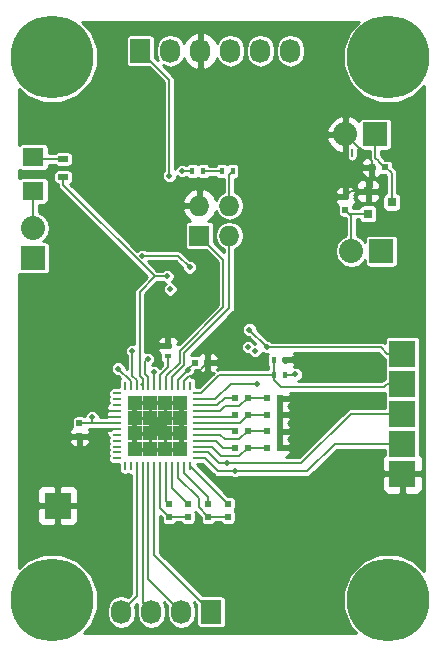
<source format=gtl>
G04 #@! TF.FileFunction,Copper,L1,Top,Signal*
%FSLAX46Y46*%
G04 Gerber Fmt 4.6, Leading zero omitted, Abs format (unit mm)*
G04 Created by KiCad (PCBNEW no-vcs-found-undefined) date Mon Oct 24 18:16:08 2016*
%MOMM*%
%LPD*%
G01*
G04 APERTURE LIST*
%ADD10C,0.100000*%
%ADD11R,1.287500X1.287500*%
%ADD12R,0.250000X0.700000*%
%ADD13R,0.700000X0.250000*%
%ADD14R,0.500000X0.600000*%
%ADD15R,0.600000X0.500000*%
%ADD16R,1.800860X1.597660*%
%ADD17R,2.235200X2.235200*%
%ADD18R,1.727200X2.032000*%
%ADD19O,1.727200X2.032000*%
%ADD20R,1.727200X1.727200*%
%ADD21O,1.727200X1.727200*%
%ADD22R,2.032000X2.032000*%
%ADD23O,2.032000X2.032000*%
%ADD24R,0.600000X0.400000*%
%ADD25R,0.400000X0.600000*%
%ADD26R,0.900000X0.500000*%
%ADD27R,0.800100X0.800100*%
%ADD28C,7.000000*%
%ADD29C,0.460000*%
%ADD30C,1.200000*%
%ADD31C,0.200000*%
%ADD32C,0.254000*%
G04 APERTURE END LIST*
D10*
D11*
X147500750Y-141324750D03*
X147500750Y-142612250D03*
X147500750Y-143899750D03*
X147500750Y-145187250D03*
X148788250Y-141324750D03*
X148788250Y-142612250D03*
X148788250Y-143899750D03*
X148788250Y-145187250D03*
X150075750Y-141324750D03*
X150075750Y-142612250D03*
X150075750Y-143899750D03*
X150075750Y-145187250D03*
X151363250Y-141324750D03*
X151363250Y-142612250D03*
X151363250Y-143899750D03*
X151363250Y-145187250D03*
D12*
X146682000Y-139856000D03*
X147182000Y-139856000D03*
X147682000Y-139856000D03*
X148182000Y-139856000D03*
X148682000Y-139856000D03*
X149182000Y-139856000D03*
X149682000Y-139856000D03*
X150182000Y-139856000D03*
X150682000Y-139856000D03*
X151182000Y-139856000D03*
X151682000Y-139856000D03*
X152182000Y-139856000D03*
D13*
X152832000Y-140506000D03*
X152832000Y-141006000D03*
X152832000Y-141506000D03*
X152832000Y-142006000D03*
X152832000Y-142506000D03*
X152832000Y-143006000D03*
X152832000Y-143506000D03*
X152832000Y-144006000D03*
X152832000Y-144506000D03*
X152832000Y-145006000D03*
X152832000Y-145506000D03*
X152832000Y-146006000D03*
D12*
X152182000Y-146656000D03*
X151682000Y-146656000D03*
X151182000Y-146656000D03*
X150682000Y-146656000D03*
X150182000Y-146656000D03*
X149682000Y-146656000D03*
X149182000Y-146656000D03*
X148682000Y-146656000D03*
X148182000Y-146656000D03*
X147682000Y-146656000D03*
X147182000Y-146656000D03*
X146682000Y-146656000D03*
D13*
X146032000Y-146006000D03*
X146032000Y-145506000D03*
X146032000Y-145006000D03*
X146032000Y-144506000D03*
X146032000Y-144006000D03*
X146032000Y-143506000D03*
X146032000Y-143006000D03*
X146032000Y-142506000D03*
X146032000Y-142006000D03*
X146032000Y-141506000D03*
X146032000Y-141006000D03*
X146032000Y-140506000D03*
D14*
X152030000Y-149850000D03*
X152030000Y-150950000D03*
X155430000Y-149850000D03*
X155430000Y-150950000D03*
D15*
X157080000Y-145100000D03*
X155980000Y-145100000D03*
X157080000Y-143700000D03*
X155980000Y-143700000D03*
X157080000Y-142300000D03*
X155980000Y-142300000D03*
X157080000Y-140900000D03*
X155980000Y-140900000D03*
X152580000Y-137900000D03*
X153680000Y-137900000D03*
X158680000Y-145100000D03*
X159780000Y-145100000D03*
X158680000Y-143700000D03*
X159780000Y-143700000D03*
X158680000Y-142300000D03*
X159780000Y-142300000D03*
X158680000Y-140900000D03*
X159780000Y-140900000D03*
X168698000Y-121348500D03*
X167598000Y-121348500D03*
D14*
X165354000Y-124946500D03*
X165354000Y-123846500D03*
D16*
X138938000Y-123339860D03*
X138938000Y-120500140D03*
D17*
X141000000Y-150000000D03*
X170180000Y-147320000D03*
X170180000Y-137160000D03*
D18*
X154000000Y-159000000D03*
D19*
X151460000Y-159000000D03*
X148920000Y-159000000D03*
X146380000Y-159000000D03*
D20*
X152985000Y-127140000D03*
D21*
X152985000Y-124600000D03*
X155525000Y-127140000D03*
X155525000Y-124600000D03*
D17*
X170180000Y-139700000D03*
X170180000Y-142240000D03*
X170180000Y-144780000D03*
D22*
X167894000Y-118554500D03*
D23*
X165354000Y-118554500D03*
D22*
X138938000Y-129032000D03*
D23*
X138938000Y-126492000D03*
D22*
X168402000Y-128460500D03*
D23*
X165862000Y-128460500D03*
D18*
X148000000Y-111500000D03*
D19*
X150540000Y-111500000D03*
X153080000Y-111500000D03*
X155620000Y-111500000D03*
X158160000Y-111500000D03*
X160700000Y-111500000D03*
D24*
X150330000Y-136450000D03*
X150330000Y-137350000D03*
D25*
X152400000Y-121700000D03*
X153300000Y-121700000D03*
X154900000Y-121700000D03*
X155800000Y-121700000D03*
X160216000Y-138938000D03*
X159316000Y-138938000D03*
X159316000Y-137668000D03*
X160216000Y-137668000D03*
D26*
X141478000Y-120662000D03*
X141478000Y-122162000D03*
D27*
X167272240Y-123384976D03*
X167272240Y-125284976D03*
X169271220Y-124334976D03*
D28*
X169000000Y-112000000D03*
X140500000Y-112000000D03*
X169000000Y-158000000D03*
X140500000Y-158000000D03*
D14*
X142830000Y-144150000D03*
X142830000Y-143050000D03*
X150430000Y-150950000D03*
X150430000Y-149850000D03*
X153730000Y-150950000D03*
X153730000Y-149850000D03*
D29*
X147430000Y-145200000D03*
X147430000Y-143900000D03*
X148730000Y-145200000D03*
X147430000Y-141300000D03*
X148730000Y-141300000D03*
X147430000Y-142600000D03*
X148730000Y-143900000D03*
X150030000Y-141300000D03*
X148730000Y-142600000D03*
X151330000Y-141300000D03*
X151330000Y-142600000D03*
X150030000Y-142600000D03*
X144830000Y-141500000D03*
X144830000Y-142400000D03*
X154730000Y-137900000D03*
X161330000Y-142300000D03*
X161130000Y-144840000D03*
X148630000Y-135900000D03*
X142830000Y-145400000D03*
X151330000Y-143900000D03*
X151330000Y-145200000D03*
X150030000Y-145200000D03*
X150020339Y-143875660D03*
X160930000Y-137600000D03*
X150530000Y-134800000D03*
D30*
X149420340Y-143275661D03*
D29*
X152030000Y-138500000D03*
X143930000Y-142500000D03*
X161130000Y-138900000D03*
X150530000Y-131700000D03*
X146130000Y-138400000D03*
X151530000Y-121700000D03*
X150460000Y-122060000D03*
X147330000Y-136900000D03*
X157130000Y-136600000D03*
X148630000Y-137600000D03*
X157730000Y-136900000D03*
X149130000Y-138700000D03*
X152160000Y-129830000D03*
X148170493Y-128857794D03*
X156030000Y-147100000D03*
X155330000Y-146400000D03*
X158730000Y-136600000D03*
X157830000Y-139700000D03*
X157230000Y-135100000D03*
X150280000Y-130600000D03*
D31*
X165930000Y-120400000D02*
X165930000Y-119830501D01*
X151682000Y-139856000D02*
X151682000Y-139448000D01*
X151682000Y-139448000D02*
X152130000Y-139000000D01*
X152130000Y-139000000D02*
X152580000Y-139000000D01*
X152580000Y-139000000D02*
X153680000Y-137900000D01*
X145336000Y-142006000D02*
X144830000Y-141500000D01*
X145336000Y-142006000D02*
X146032000Y-142006000D01*
X146032000Y-142506000D02*
X144936000Y-142506000D01*
X144936000Y-142506000D02*
X144830000Y-142400000D01*
X153680000Y-137900000D02*
X154730000Y-137900000D01*
X159780000Y-142300000D02*
X161330000Y-142300000D01*
X161130000Y-144840000D02*
X161090000Y-144840000D01*
X160830000Y-145100000D02*
X159780000Y-145100000D01*
X161090000Y-144840000D02*
X160830000Y-145100000D01*
X159780000Y-143700000D02*
X159780000Y-145100000D01*
X159780000Y-142300000D02*
X159780000Y-143700000D01*
X159780000Y-140900000D02*
X159780000Y-142300000D01*
X149180000Y-136450000D02*
X148630000Y-135900000D01*
X149180000Y-136450000D02*
X150330000Y-136450000D01*
X142830000Y-145400000D02*
X142830000Y-144150000D01*
X142830000Y-145400000D02*
X142930000Y-145300000D01*
X146032000Y-143506000D02*
X144924000Y-143506000D01*
X144924000Y-143506000D02*
X144280000Y-144150000D01*
X144280000Y-144150000D02*
X142830000Y-144150000D01*
X151330000Y-143900000D02*
X151330250Y-143899750D01*
X151330250Y-143899750D02*
X151363250Y-143899750D01*
X151330000Y-145200000D02*
X151342750Y-145187250D01*
X151342750Y-145187250D02*
X151363250Y-145187250D01*
X150030000Y-145200000D02*
X150042750Y-145187250D01*
X150042750Y-145187250D02*
X150075750Y-145187250D01*
X150020339Y-143875660D02*
X150044429Y-143899750D01*
X150044429Y-143899750D02*
X150075750Y-143899750D01*
X160216000Y-137668000D02*
X160862000Y-137668000D01*
X160862000Y-137668000D02*
X160930000Y-137600000D01*
X167598000Y-121348500D02*
X167598000Y-120798500D01*
X167598000Y-120798500D02*
X165354000Y-118554500D01*
X167598000Y-121348500D02*
X167598000Y-123059216D01*
X167598000Y-123059216D02*
X167272240Y-123384976D01*
X167272240Y-123384976D02*
X165815524Y-123384976D01*
X165815524Y-123384976D02*
X165354000Y-123846500D01*
X152832000Y-144506000D02*
X154436000Y-144506000D01*
X155030000Y-145100000D02*
X155980000Y-145100000D01*
X154436000Y-144506000D02*
X155030000Y-145100000D01*
X152832000Y-143506000D02*
X155786000Y-143506000D01*
X155786000Y-143506000D02*
X155980000Y-143700000D01*
X152832000Y-141506000D02*
X154524000Y-141506000D01*
X155130000Y-140900000D02*
X155980000Y-140900000D01*
X154524000Y-141506000D02*
X155130000Y-140900000D01*
X152030000Y-138500000D02*
X152030000Y-138450000D01*
X152030000Y-138450000D02*
X152580000Y-137900000D01*
X151182000Y-139856000D02*
X151182000Y-139348000D01*
X151182000Y-139348000D02*
X152030000Y-138500000D01*
X143930000Y-143006000D02*
X143930000Y-142500000D01*
X161092000Y-138938000D02*
X160216000Y-138938000D01*
X161092000Y-138938000D02*
X161130000Y-138900000D01*
X160254000Y-138900000D02*
X160216000Y-138938000D01*
X147182000Y-139856000D02*
X147182000Y-139452000D01*
X147182000Y-139452000D02*
X146130000Y-138400000D01*
X146032000Y-143006000D02*
X143930000Y-143006000D01*
X143930000Y-143006000D02*
X142874000Y-143006000D01*
X142874000Y-143006000D02*
X142830000Y-143050000D01*
X152580000Y-137900000D02*
X152530000Y-137900000D01*
X152400000Y-121700000D02*
X151530000Y-121700000D01*
X157080000Y-145100000D02*
X158680000Y-145100000D01*
X152832000Y-145006000D02*
X154036000Y-145006000D01*
X156380000Y-145800000D02*
X157080000Y-145100000D01*
X154830000Y-145800000D02*
X156380000Y-145800000D01*
X154036000Y-145006000D02*
X154830000Y-145800000D01*
X157080000Y-143700000D02*
X158680000Y-143700000D01*
X152832000Y-144006000D02*
X154736000Y-144006000D01*
X156380000Y-144400000D02*
X157080000Y-143700000D01*
X155130000Y-144400000D02*
X156380000Y-144400000D01*
X154736000Y-144006000D02*
X155130000Y-144400000D01*
X157080000Y-142300000D02*
X158680000Y-142300000D01*
X152832000Y-143006000D02*
X156424000Y-143006000D01*
X156424000Y-143006000D02*
X157080000Y-142350000D01*
X157080000Y-140900000D02*
X158680000Y-140900000D01*
X152832000Y-142006000D02*
X154724000Y-142006000D01*
X156380000Y-141600000D02*
X157080000Y-140900000D01*
X155130000Y-141600000D02*
X156380000Y-141600000D01*
X154724000Y-142006000D02*
X155130000Y-141600000D01*
X168198000Y-120898500D02*
X168648000Y-121348500D01*
X168198000Y-120848500D02*
X168198000Y-120898500D01*
X167894000Y-120544500D02*
X168198000Y-120848500D01*
X167894000Y-118554500D02*
X167894000Y-120544500D01*
X168648000Y-121348500D02*
X168698000Y-121348500D01*
X169271220Y-124334976D02*
X169271220Y-121871720D01*
X169271220Y-121871720D02*
X168748000Y-121348500D01*
X168748000Y-121348500D02*
X168698000Y-121348500D01*
X165862000Y-128460500D02*
X165862000Y-125454500D01*
X165862000Y-125454500D02*
X165692476Y-125284976D01*
X167272240Y-125284976D02*
X165692476Y-125284976D01*
X165692476Y-125284976D02*
X165354000Y-124946500D01*
X138938000Y-123339860D02*
X138938000Y-124338690D01*
X138938000Y-124338690D02*
X138938000Y-126492000D01*
X141478000Y-120662000D02*
X139099860Y-120662000D01*
X139099860Y-120662000D02*
X138938000Y-120500140D01*
X149182000Y-146656000D02*
X149182000Y-154182000D01*
X149182000Y-154182000D02*
X154000000Y-159000000D01*
X148682000Y-146656000D02*
X148682000Y-156222000D01*
X148682000Y-156222000D02*
X151460000Y-159000000D01*
X148182000Y-146656000D02*
X148182000Y-158262000D01*
X148182000Y-158262000D02*
X148920000Y-159000000D01*
X147682000Y-146656000D02*
X147682000Y-157698000D01*
X147682000Y-157698000D02*
X146380000Y-159000000D01*
X150182000Y-139856000D02*
X150182000Y-139048000D01*
X155030000Y-129185000D02*
X152985000Y-127140000D01*
X155030000Y-133200000D02*
X155030000Y-129185000D01*
X151330000Y-136900000D02*
X155030000Y-133200000D01*
X151330000Y-137900000D02*
X151330000Y-136900000D01*
X150182000Y-139048000D02*
X151330000Y-137900000D01*
X155525000Y-127140000D02*
X155525000Y-133305000D01*
X150682000Y-139148000D02*
X150682000Y-139856000D01*
X151730000Y-138100000D02*
X150682000Y-139148000D01*
X151730000Y-137100000D02*
X151730000Y-138100000D01*
X155525000Y-133305000D02*
X151730000Y-137100000D01*
X155525000Y-124600000D02*
X155525000Y-121975000D01*
X155525000Y-121975000D02*
X155800000Y-121700000D01*
X152832000Y-140506000D02*
X153124000Y-140506000D01*
X153124000Y-140506000D02*
X154692000Y-138938000D01*
X154692000Y-138938000D02*
X159316000Y-138938000D01*
X159316000Y-137668000D02*
X159316000Y-138938000D01*
X168592400Y-139970000D02*
X159939000Y-139970000D01*
X159939000Y-139970000D02*
X159316000Y-139347000D01*
X170180000Y-139700000D02*
X168862400Y-139700000D01*
X168862400Y-139700000D02*
X168592400Y-139970000D01*
X159316000Y-139347000D02*
X159316000Y-138938000D01*
X150460000Y-122060000D02*
X150460000Y-113960000D01*
X150460000Y-113960000D02*
X148000000Y-111500000D01*
X150330000Y-138300000D02*
X150330000Y-137350000D01*
X149682000Y-138948000D02*
X150330000Y-138300000D01*
X149682000Y-139856000D02*
X149682000Y-138948000D01*
X154900000Y-121700000D02*
X153300000Y-121700000D01*
X147330000Y-136900000D02*
X147330000Y-138800000D01*
X147330000Y-138800000D02*
X147330000Y-139000000D01*
X147330000Y-139000000D02*
X147682000Y-139352000D01*
X147682000Y-139856000D02*
X147682000Y-139352000D01*
X148630000Y-137600000D02*
X148430000Y-137800000D01*
X148682000Y-139152000D02*
X148682000Y-139856000D01*
X148430000Y-138900000D02*
X148682000Y-139152000D01*
X148430000Y-137800000D02*
X148430000Y-138900000D01*
X148630000Y-137600000D02*
X148682000Y-137652000D01*
X149182000Y-139856000D02*
X149182000Y-138752000D01*
X149182000Y-138752000D02*
X149130000Y-138700000D01*
X152160000Y-129830000D02*
X151187794Y-128857794D01*
X151187794Y-128857794D02*
X148495762Y-128857794D01*
X148495762Y-128857794D02*
X148170493Y-128857794D01*
X156030000Y-147100000D02*
X162130000Y-147100000D01*
X153436000Y-146006000D02*
X154530000Y-147100000D01*
X154530000Y-147100000D02*
X156030000Y-147100000D01*
X152832000Y-146006000D02*
X153436000Y-146006000D01*
X164450000Y-144780000D02*
X170180000Y-144780000D01*
X162130000Y-147100000D02*
X164450000Y-144780000D01*
X152832000Y-146006000D02*
X153136000Y-146006000D01*
X155330000Y-146400000D02*
X161630000Y-146400000D01*
X153736000Y-145506000D02*
X154630000Y-146400000D01*
X154630000Y-146400000D02*
X155330000Y-146400000D01*
X152832000Y-145506000D02*
X153736000Y-145506000D01*
X165790000Y-142240000D02*
X170180000Y-142240000D01*
X161630000Y-146400000D02*
X165790000Y-142240000D01*
X155630000Y-139700000D02*
X157830000Y-139700000D01*
X155630000Y-139700000D02*
X154324000Y-141006000D01*
X152832000Y-141006000D02*
X154324000Y-141006000D01*
X157230000Y-135100000D02*
X158730000Y-136600000D01*
X158730000Y-136600000D02*
X168330000Y-136600000D01*
X168330000Y-136600000D02*
X168890000Y-137160000D01*
X168890000Y-137160000D02*
X170180000Y-137160000D01*
X150682000Y-146656000D02*
X150682000Y-148502000D01*
X150682000Y-148502000D02*
X152030000Y-149850000D01*
X150430000Y-150950000D02*
X152030000Y-150950000D01*
X149682000Y-146656000D02*
X149682000Y-150202000D01*
X149682000Y-150202000D02*
X150430000Y-150950000D01*
X150182000Y-146656000D02*
X150182000Y-149602000D01*
X150182000Y-149602000D02*
X150430000Y-149850000D01*
X152182000Y-146656000D02*
X152236000Y-146656000D01*
X152236000Y-146656000D02*
X155430000Y-149850000D01*
X153730000Y-150950000D02*
X155430000Y-150950000D01*
X151182000Y-146656000D02*
X151182000Y-147652000D01*
X152930000Y-150150000D02*
X153730000Y-150950000D01*
X152930000Y-149400000D02*
X152930000Y-150150000D01*
X151182000Y-147652000D02*
X152930000Y-149400000D01*
X151682000Y-146656000D02*
X151682000Y-147252000D01*
X153730000Y-149300000D02*
X153730000Y-149850000D01*
X151682000Y-147252000D02*
X153730000Y-149300000D01*
X152832000Y-142506000D02*
X155774000Y-142506000D01*
X155774000Y-142506000D02*
X155980000Y-142300000D01*
X148182000Y-139856000D02*
X148182000Y-139252000D01*
X147930000Y-131900000D02*
X149230000Y-130600000D01*
X147930000Y-139000000D02*
X147930000Y-131900000D01*
X148182000Y-139252000D02*
X147930000Y-139000000D01*
X148069998Y-139743998D02*
X148182000Y-139856000D01*
X141478000Y-122870259D02*
X141478000Y-122612000D01*
X141478000Y-122612000D02*
X141478000Y-122162000D01*
X149207741Y-130600000D02*
X141478000Y-122870259D01*
X149230000Y-130600000D02*
X149207741Y-130600000D01*
X150280000Y-130600000D02*
X150330000Y-130600000D01*
X150330000Y-130600000D02*
X149230000Y-130600000D01*
D32*
G36*
X165711767Y-109798720D02*
X165119675Y-111224635D01*
X165118328Y-112768592D01*
X165707930Y-114195538D01*
X166798720Y-115288233D01*
X168224635Y-115880325D01*
X169768592Y-115881672D01*
X171195538Y-115292070D01*
X172003000Y-114486016D01*
X172003000Y-155514887D01*
X171201280Y-154711767D01*
X169775365Y-154119675D01*
X168231408Y-154118328D01*
X166804462Y-154707930D01*
X165711767Y-155798720D01*
X165119675Y-157224635D01*
X165118328Y-158768592D01*
X165707930Y-160195538D01*
X166284385Y-160773000D01*
X143215515Y-160773000D01*
X143788233Y-160201280D01*
X144380325Y-158775365D01*
X144381672Y-157231408D01*
X143792070Y-155804462D01*
X142701280Y-154711767D01*
X141275365Y-154119675D01*
X139731408Y-154118328D01*
X138304462Y-154707930D01*
X137757000Y-155254438D01*
X137757000Y-150285750D01*
X139247400Y-150285750D01*
X139247400Y-151243910D01*
X139344073Y-151477299D01*
X139522702Y-151655927D01*
X139756091Y-151752600D01*
X140714250Y-151752600D01*
X140873000Y-151593850D01*
X140873000Y-150127000D01*
X141127000Y-150127000D01*
X141127000Y-151593850D01*
X141285750Y-151752600D01*
X142243909Y-151752600D01*
X142477298Y-151655927D01*
X142655927Y-151477299D01*
X142752600Y-151243910D01*
X142752600Y-150285750D01*
X142593850Y-150127000D01*
X141127000Y-150127000D01*
X140873000Y-150127000D01*
X139406150Y-150127000D01*
X139247400Y-150285750D01*
X137757000Y-150285750D01*
X137757000Y-148756090D01*
X139247400Y-148756090D01*
X139247400Y-149714250D01*
X139406150Y-149873000D01*
X140873000Y-149873000D01*
X140873000Y-148406150D01*
X141127000Y-148406150D01*
X141127000Y-149873000D01*
X142593850Y-149873000D01*
X142752600Y-149714250D01*
X142752600Y-148756090D01*
X142655927Y-148522701D01*
X142477298Y-148344073D01*
X142243909Y-148247400D01*
X141285750Y-148247400D01*
X141127000Y-148406150D01*
X140873000Y-148406150D01*
X140714250Y-148247400D01*
X139756091Y-148247400D01*
X139522702Y-148344073D01*
X139344073Y-148522701D01*
X139247400Y-148756090D01*
X137757000Y-148756090D01*
X137757000Y-144435750D01*
X141945000Y-144435750D01*
X141945000Y-144576309D01*
X142041673Y-144809698D01*
X142220301Y-144988327D01*
X142453690Y-145085000D01*
X142546250Y-145085000D01*
X142705000Y-144926250D01*
X142705000Y-144277000D01*
X142955000Y-144277000D01*
X142955000Y-144926250D01*
X143113750Y-145085000D01*
X143206310Y-145085000D01*
X143439699Y-144988327D01*
X143618327Y-144809698D01*
X143715000Y-144576309D01*
X143715000Y-144435750D01*
X143556250Y-144277000D01*
X142955000Y-144277000D01*
X142705000Y-144277000D01*
X142103750Y-144277000D01*
X141945000Y-144435750D01*
X137757000Y-144435750D01*
X137757000Y-130395975D01*
X137773341Y-130406894D01*
X137922000Y-130436464D01*
X139954000Y-130436464D01*
X140102659Y-130406894D01*
X140228686Y-130322686D01*
X140312894Y-130196659D01*
X140342464Y-130048000D01*
X140342464Y-128016000D01*
X140312894Y-127867341D01*
X140228686Y-127741314D01*
X140102659Y-127657106D01*
X139954000Y-127627536D01*
X139732137Y-127627536D01*
X139953197Y-127479828D01*
X140256029Y-127026609D01*
X140362369Y-126492000D01*
X140256029Y-125957391D01*
X139953197Y-125504172D01*
X139499978Y-125201340D01*
X139419000Y-125185233D01*
X139419000Y-124527154D01*
X139838430Y-124527154D01*
X139987089Y-124497584D01*
X140113116Y-124413376D01*
X140197324Y-124287349D01*
X140226894Y-124138690D01*
X140226894Y-122541030D01*
X140197324Y-122392371D01*
X140113116Y-122266344D01*
X139987089Y-122182136D01*
X139838430Y-122152566D01*
X138037570Y-122152566D01*
X137888911Y-122182136D01*
X137762884Y-122266344D01*
X137757000Y-122275150D01*
X137757000Y-121912000D01*
X140639536Y-121912000D01*
X140639536Y-122412000D01*
X140669106Y-122560659D01*
X140753314Y-122686686D01*
X140879341Y-122770894D01*
X140997000Y-122794298D01*
X140997000Y-122870259D01*
X141013283Y-122952118D01*
X141033614Y-123054330D01*
X141137882Y-123210377D01*
X148538634Y-130611130D01*
X147589882Y-131559882D01*
X147485614Y-131715929D01*
X147449000Y-131900000D01*
X147449000Y-136289103D01*
X147208998Y-136288894D01*
X146984349Y-136381718D01*
X146812322Y-136553445D01*
X146719106Y-136777931D01*
X146718894Y-137021002D01*
X146811718Y-137245651D01*
X146849000Y-137282998D01*
X146849000Y-138438764D01*
X146741061Y-138330825D01*
X146741106Y-138278998D01*
X146648282Y-138054349D01*
X146476555Y-137882322D01*
X146252069Y-137789106D01*
X146008998Y-137788894D01*
X145784349Y-137881718D01*
X145612322Y-138053445D01*
X145519106Y-138277931D01*
X145518894Y-138521002D01*
X145611718Y-138745651D01*
X145783445Y-138917678D01*
X146007931Y-139010894D01*
X146060704Y-139010940D01*
X146281819Y-139232055D01*
X146198106Y-139357341D01*
X146168536Y-139506000D01*
X146168536Y-139992536D01*
X145682000Y-139992536D01*
X145533341Y-140022106D01*
X145407314Y-140106314D01*
X145323106Y-140232341D01*
X145293536Y-140381000D01*
X145293536Y-140631000D01*
X145318400Y-140756000D01*
X145293536Y-140881000D01*
X145293536Y-141131000D01*
X145318400Y-141256000D01*
X145295910Y-141369065D01*
X145143673Y-141521301D01*
X145047000Y-141754690D01*
X145047000Y-141784750D01*
X145205750Y-141943500D01*
X145221474Y-141943500D01*
X145143673Y-142021301D01*
X145066403Y-142207847D01*
X145047000Y-142227250D01*
X145047000Y-142284750D01*
X145066403Y-142304153D01*
X145143673Y-142490699D01*
X145177974Y-142525000D01*
X144540979Y-142525000D01*
X144541106Y-142378998D01*
X144448282Y-142154349D01*
X144276555Y-141982322D01*
X144052069Y-141889106D01*
X143808998Y-141888894D01*
X143584349Y-141981718D01*
X143412322Y-142153445D01*
X143319106Y-142377931D01*
X143319042Y-142451497D01*
X143228659Y-142391106D01*
X143080000Y-142361536D01*
X142580000Y-142361536D01*
X142431341Y-142391106D01*
X142305314Y-142475314D01*
X142221106Y-142601341D01*
X142191536Y-142750000D01*
X142191536Y-143340438D01*
X142041673Y-143490302D01*
X141945000Y-143723691D01*
X141945000Y-143864250D01*
X142103750Y-144023000D01*
X142705000Y-144023000D01*
X142705000Y-144003000D01*
X142955000Y-144003000D01*
X142955000Y-144023000D01*
X143556250Y-144023000D01*
X143715000Y-143864250D01*
X143715000Y-143723691D01*
X143618327Y-143490302D01*
X143615025Y-143487000D01*
X145529010Y-143487000D01*
X145533341Y-143489894D01*
X145614312Y-143506000D01*
X145533341Y-143522106D01*
X145463907Y-143568500D01*
X145205750Y-143568500D01*
X145047000Y-143727250D01*
X145047000Y-143757310D01*
X145143673Y-143990699D01*
X145295910Y-144142935D01*
X145318400Y-144256000D01*
X145293536Y-144381000D01*
X145293536Y-144631000D01*
X145318400Y-144756000D01*
X145293536Y-144881000D01*
X145293536Y-145131000D01*
X145318400Y-145256000D01*
X145293536Y-145381000D01*
X145293536Y-145631000D01*
X145318400Y-145756000D01*
X145293536Y-145881000D01*
X145293536Y-146131000D01*
X145323106Y-146279659D01*
X145407314Y-146405686D01*
X145533341Y-146489894D01*
X145682000Y-146519464D01*
X146168536Y-146519464D01*
X146168536Y-147006000D01*
X146198106Y-147154659D01*
X146282314Y-147280686D01*
X146408341Y-147364894D01*
X146557000Y-147394464D01*
X146807000Y-147394464D01*
X146932000Y-147369600D01*
X147057000Y-147394464D01*
X147201000Y-147394464D01*
X147201000Y-157498764D01*
X146960057Y-157739707D01*
X146856288Y-157670371D01*
X146380000Y-157575631D01*
X145903712Y-157670371D01*
X145499935Y-157940166D01*
X145230140Y-158343943D01*
X145135400Y-158820231D01*
X145135400Y-159179769D01*
X145230140Y-159656057D01*
X145499935Y-160059834D01*
X145903712Y-160329629D01*
X146380000Y-160424369D01*
X146856288Y-160329629D01*
X147260065Y-160059834D01*
X147529860Y-159656057D01*
X147624600Y-159179769D01*
X147624600Y-158820231D01*
X147560791Y-158499445D01*
X147717132Y-158343104D01*
X147737614Y-158446071D01*
X147747024Y-158460154D01*
X147675400Y-158820231D01*
X147675400Y-159179769D01*
X147770140Y-159656057D01*
X148039935Y-160059834D01*
X148443712Y-160329629D01*
X148920000Y-160424369D01*
X149396288Y-160329629D01*
X149800065Y-160059834D01*
X150069860Y-159656057D01*
X150164600Y-159179769D01*
X150164600Y-158820231D01*
X150069860Y-158343943D01*
X149961431Y-158181668D01*
X150279209Y-158499445D01*
X150215400Y-158820231D01*
X150215400Y-159179769D01*
X150310140Y-159656057D01*
X150579935Y-160059834D01*
X150983712Y-160329629D01*
X151460000Y-160424369D01*
X151936288Y-160329629D01*
X152340065Y-160059834D01*
X152609860Y-159656057D01*
X152704600Y-159179769D01*
X152704600Y-158820231D01*
X152609860Y-158343943D01*
X152501430Y-158181666D01*
X152747936Y-158428172D01*
X152747936Y-160016000D01*
X152777506Y-160164659D01*
X152861714Y-160290686D01*
X152987741Y-160374894D01*
X153136400Y-160404464D01*
X154863600Y-160404464D01*
X155012259Y-160374894D01*
X155138286Y-160290686D01*
X155222494Y-160164659D01*
X155252064Y-160016000D01*
X155252064Y-157984000D01*
X155222494Y-157835341D01*
X155138286Y-157709314D01*
X155012259Y-157625106D01*
X154863600Y-157595536D01*
X153275772Y-157595536D01*
X149663000Y-153982764D01*
X149663000Y-150863236D01*
X149791536Y-150991773D01*
X149791536Y-151250000D01*
X149821106Y-151398659D01*
X149905314Y-151524686D01*
X150031341Y-151608894D01*
X150180000Y-151638464D01*
X150680000Y-151638464D01*
X150828659Y-151608894D01*
X150954686Y-151524686D01*
X151017285Y-151431000D01*
X151442715Y-151431000D01*
X151505314Y-151524686D01*
X151631341Y-151608894D01*
X151780000Y-151638464D01*
X152280000Y-151638464D01*
X152428659Y-151608894D01*
X152554686Y-151524686D01*
X152638894Y-151398659D01*
X152668464Y-151250000D01*
X152668464Y-150650000D01*
X152648277Y-150548513D01*
X153091536Y-150991772D01*
X153091536Y-151250000D01*
X153121106Y-151398659D01*
X153205314Y-151524686D01*
X153331341Y-151608894D01*
X153480000Y-151638464D01*
X153980000Y-151638464D01*
X154128659Y-151608894D01*
X154254686Y-151524686D01*
X154317285Y-151431000D01*
X154842715Y-151431000D01*
X154905314Y-151524686D01*
X155031341Y-151608894D01*
X155180000Y-151638464D01*
X155680000Y-151638464D01*
X155828659Y-151608894D01*
X155954686Y-151524686D01*
X156038894Y-151398659D01*
X156068464Y-151250000D01*
X156068464Y-150650000D01*
X156038894Y-150501341D01*
X155971181Y-150400000D01*
X156038894Y-150298659D01*
X156068464Y-150150000D01*
X156068464Y-149550000D01*
X156038894Y-149401341D01*
X155954686Y-149275314D01*
X155828659Y-149191106D01*
X155680000Y-149161536D01*
X155421772Y-149161536D01*
X152779700Y-146519464D01*
X153182000Y-146519464D01*
X153254756Y-146504992D01*
X154189882Y-147440119D01*
X154283426Y-147502622D01*
X154345929Y-147544386D01*
X154530000Y-147581000D01*
X155646831Y-147581000D01*
X155683445Y-147617678D01*
X155907931Y-147710894D01*
X156151002Y-147711106D01*
X156375651Y-147618282D01*
X156388204Y-147605750D01*
X168427400Y-147605750D01*
X168427400Y-148563909D01*
X168524073Y-148797298D01*
X168702701Y-148975927D01*
X168936090Y-149072600D01*
X169894250Y-149072600D01*
X170053000Y-148913850D01*
X170053000Y-147447000D01*
X170307000Y-147447000D01*
X170307000Y-148913850D01*
X170465750Y-149072600D01*
X171423910Y-149072600D01*
X171657299Y-148975927D01*
X171835927Y-148797298D01*
X171932600Y-148563909D01*
X171932600Y-147605750D01*
X171773850Y-147447000D01*
X170307000Y-147447000D01*
X170053000Y-147447000D01*
X168586150Y-147447000D01*
X168427400Y-147605750D01*
X156388204Y-147605750D01*
X156412998Y-147581000D01*
X162130000Y-147581000D01*
X162314071Y-147544386D01*
X162470118Y-147440118D01*
X164649237Y-145261000D01*
X168673936Y-145261000D01*
X168673936Y-145692838D01*
X168524073Y-145842702D01*
X168427400Y-146076091D01*
X168427400Y-147034250D01*
X168586150Y-147193000D01*
X170053000Y-147193000D01*
X170053000Y-147173000D01*
X170307000Y-147173000D01*
X170307000Y-147193000D01*
X171773850Y-147193000D01*
X171932600Y-147034250D01*
X171932600Y-146076091D01*
X171835927Y-145842702D01*
X171686064Y-145692838D01*
X171686064Y-143662400D01*
X171656494Y-143513741D01*
X171653994Y-143510000D01*
X171656494Y-143506259D01*
X171686064Y-143357600D01*
X171686064Y-141122400D01*
X171656494Y-140973741D01*
X171653994Y-140970000D01*
X171656494Y-140966259D01*
X171686064Y-140817600D01*
X171686064Y-138582400D01*
X171656494Y-138433741D01*
X171653994Y-138430000D01*
X171656494Y-138426259D01*
X171686064Y-138277600D01*
X171686064Y-136042400D01*
X171656494Y-135893741D01*
X171572286Y-135767714D01*
X171446259Y-135683506D01*
X171297600Y-135653936D01*
X169062400Y-135653936D01*
X168913741Y-135683506D01*
X168787714Y-135767714D01*
X168703506Y-135893741D01*
X168673936Y-136042400D01*
X168673936Y-136263700D01*
X168670118Y-136259882D01*
X168514071Y-136155614D01*
X168330000Y-136119000D01*
X159113169Y-136119000D01*
X159076555Y-136082322D01*
X158852069Y-135989106D01*
X158799297Y-135989060D01*
X157841061Y-135030825D01*
X157841106Y-134978998D01*
X157748282Y-134754349D01*
X157576555Y-134582322D01*
X157352069Y-134489106D01*
X157108998Y-134488894D01*
X156884349Y-134581718D01*
X156712322Y-134753445D01*
X156619106Y-134977931D01*
X156618894Y-135221002D01*
X156711718Y-135445651D01*
X156883445Y-135617678D01*
X157107931Y-135710894D01*
X157160704Y-135710940D01*
X157738771Y-136289007D01*
X157662575Y-136288941D01*
X157648282Y-136254349D01*
X157476555Y-136082322D01*
X157252069Y-135989106D01*
X157008998Y-135988894D01*
X156784349Y-136081718D01*
X156612322Y-136253445D01*
X156519106Y-136477931D01*
X156518894Y-136721002D01*
X156611718Y-136945651D01*
X156783445Y-137117678D01*
X157007931Y-137210894D01*
X157197425Y-137211059D01*
X157211718Y-137245651D01*
X157383445Y-137417678D01*
X157607931Y-137510894D01*
X157851002Y-137511106D01*
X158075651Y-137418282D01*
X158247678Y-137246555D01*
X158325356Y-137059488D01*
X158383445Y-137117678D01*
X158607931Y-137210894D01*
X158762660Y-137211029D01*
X158757106Y-137219341D01*
X158727536Y-137368000D01*
X158727536Y-137968000D01*
X158757106Y-138116659D01*
X158835000Y-138233236D01*
X158835000Y-138372764D01*
X158778715Y-138457000D01*
X154692000Y-138457000D01*
X154526522Y-138489916D01*
X154615000Y-138276310D01*
X154615000Y-138183750D01*
X154456250Y-138025000D01*
X153807000Y-138025000D01*
X153807000Y-138626250D01*
X153965750Y-138785000D01*
X154106309Y-138785000D01*
X154206098Y-138743666D01*
X152957228Y-139992536D01*
X152695464Y-139992536D01*
X152695464Y-139506000D01*
X152665894Y-139357341D01*
X152581686Y-139231314D01*
X152455659Y-139147106D01*
X152318935Y-139119910D01*
X152263605Y-139064579D01*
X152375651Y-139018282D01*
X152547678Y-138846555D01*
X152640894Y-138622069D01*
X152640967Y-138538464D01*
X152870438Y-138538464D01*
X153020302Y-138688327D01*
X153253691Y-138785000D01*
X153394250Y-138785000D01*
X153553000Y-138626250D01*
X153553000Y-138025000D01*
X153533000Y-138025000D01*
X153533000Y-137775000D01*
X153553000Y-137775000D01*
X153553000Y-137173750D01*
X153807000Y-137173750D01*
X153807000Y-137775000D01*
X154456250Y-137775000D01*
X154615000Y-137616250D01*
X154615000Y-137523690D01*
X154518327Y-137290301D01*
X154339698Y-137111673D01*
X154106309Y-137015000D01*
X153965750Y-137015000D01*
X153807000Y-137173750D01*
X153553000Y-137173750D01*
X153394250Y-137015000D01*
X153253691Y-137015000D01*
X153020302Y-137111673D01*
X152870438Y-137261536D01*
X152280000Y-137261536D01*
X152240928Y-137269308D01*
X155865118Y-133645119D01*
X155969386Y-133489071D01*
X156006000Y-133305000D01*
X156006000Y-128433131D01*
X164465000Y-128433131D01*
X164465000Y-128487869D01*
X164571340Y-129022478D01*
X164874172Y-129475697D01*
X165327391Y-129778529D01*
X165862000Y-129884869D01*
X166396609Y-129778529D01*
X166849828Y-129475697D01*
X166997536Y-129254637D01*
X166997536Y-129476500D01*
X167027106Y-129625159D01*
X167111314Y-129751186D01*
X167237341Y-129835394D01*
X167386000Y-129864964D01*
X169418000Y-129864964D01*
X169566659Y-129835394D01*
X169692686Y-129751186D01*
X169776894Y-129625159D01*
X169806464Y-129476500D01*
X169806464Y-127444500D01*
X169776894Y-127295841D01*
X169692686Y-127169814D01*
X169566659Y-127085606D01*
X169418000Y-127056036D01*
X167386000Y-127056036D01*
X167237341Y-127085606D01*
X167111314Y-127169814D01*
X167027106Y-127295841D01*
X166997536Y-127444500D01*
X166997536Y-127666363D01*
X166849828Y-127445303D01*
X166396609Y-127142471D01*
X166343000Y-127131808D01*
X166343000Y-125765976D01*
X166499828Y-125765976D01*
X166513296Y-125833685D01*
X166597504Y-125959712D01*
X166723531Y-126043920D01*
X166872190Y-126073490D01*
X167672290Y-126073490D01*
X167820949Y-126043920D01*
X167946976Y-125959712D01*
X168031184Y-125833685D01*
X168060754Y-125685026D01*
X168060754Y-124884926D01*
X168031184Y-124736267D01*
X167946976Y-124610240D01*
X167820949Y-124526032D01*
X167672290Y-124496462D01*
X166872190Y-124496462D01*
X166723531Y-124526032D01*
X166597504Y-124610240D01*
X166513296Y-124736267D01*
X166499828Y-124803976D01*
X165992464Y-124803976D01*
X165992464Y-124656062D01*
X166142327Y-124506198D01*
X166239000Y-124272809D01*
X166239000Y-124132250D01*
X166080252Y-123973502D01*
X166239000Y-123973502D01*
X166239000Y-123915705D01*
X166333863Y-124144724D01*
X166512491Y-124323353D01*
X166745880Y-124420026D01*
X166986490Y-124420026D01*
X167145240Y-124261276D01*
X167145240Y-123511976D01*
X167399240Y-123511976D01*
X167399240Y-124261276D01*
X167557990Y-124420026D01*
X167798600Y-124420026D01*
X168031989Y-124323353D01*
X168210617Y-124144724D01*
X168307290Y-123911335D01*
X168307290Y-123670726D01*
X168148540Y-123511976D01*
X167399240Y-123511976D01*
X167145240Y-123511976D01*
X166395940Y-123511976D01*
X166237190Y-123670726D01*
X166237190Y-123719498D01*
X166080252Y-123719498D01*
X166239000Y-123560750D01*
X166239000Y-123420191D01*
X166142327Y-123186802D01*
X165963699Y-123008173D01*
X165730310Y-122911500D01*
X165637750Y-122911500D01*
X165479000Y-123070250D01*
X165479000Y-123719500D01*
X165501000Y-123719500D01*
X165501000Y-123973500D01*
X165479000Y-123973500D01*
X165479000Y-123993500D01*
X165229000Y-123993500D01*
X165229000Y-123973500D01*
X164627750Y-123973500D01*
X164469000Y-124132250D01*
X164469000Y-124272809D01*
X164565673Y-124506198D01*
X164715536Y-124656062D01*
X164715536Y-125246500D01*
X164745106Y-125395159D01*
X164829314Y-125521186D01*
X164955341Y-125605394D01*
X165104000Y-125634964D01*
X165362228Y-125634964D01*
X165381000Y-125653736D01*
X165381000Y-127131808D01*
X165327391Y-127142471D01*
X164874172Y-127445303D01*
X164571340Y-127898522D01*
X164465000Y-128433131D01*
X156006000Y-128433131D01*
X156006000Y-128311095D01*
X156405065Y-128044448D01*
X156674860Y-127640671D01*
X156769600Y-127164383D01*
X156769600Y-127115617D01*
X156674860Y-126639329D01*
X156405065Y-126235552D01*
X156001288Y-125965757D01*
X155525000Y-125871017D01*
X155048712Y-125965757D01*
X154644935Y-126235552D01*
X154375140Y-126639329D01*
X154280400Y-127115617D01*
X154280400Y-127164383D01*
X154375140Y-127640671D01*
X154644935Y-128044448D01*
X155044000Y-128311095D01*
X155044000Y-128518763D01*
X154237064Y-127711828D01*
X154237064Y-126276400D01*
X154207494Y-126127741D01*
X154123286Y-126001714D01*
X153997259Y-125917506D01*
X153848600Y-125887936D01*
X153747276Y-125887936D01*
X153759947Y-125882688D01*
X154191821Y-125488490D01*
X154374676Y-125098338D01*
X154375140Y-125100671D01*
X154644935Y-125504448D01*
X155048712Y-125774243D01*
X155525000Y-125868983D01*
X156001288Y-125774243D01*
X156405065Y-125504448D01*
X156674860Y-125100671D01*
X156769600Y-124624383D01*
X156769600Y-124575617D01*
X156674860Y-124099329D01*
X156405065Y-123695552D01*
X156006000Y-123428905D01*
X156006000Y-123420191D01*
X164469000Y-123420191D01*
X164469000Y-123560750D01*
X164627750Y-123719500D01*
X165229000Y-123719500D01*
X165229000Y-123070250D01*
X165070250Y-122911500D01*
X164977690Y-122911500D01*
X164744301Y-123008173D01*
X164565673Y-123186802D01*
X164469000Y-123420191D01*
X156006000Y-123420191D01*
X156006000Y-122858617D01*
X166237190Y-122858617D01*
X166237190Y-123099226D01*
X166395940Y-123257976D01*
X167145240Y-123257976D01*
X167145240Y-122508676D01*
X167399240Y-122508676D01*
X167399240Y-123257976D01*
X168148540Y-123257976D01*
X168307290Y-123099226D01*
X168307290Y-122858617D01*
X168210617Y-122625228D01*
X168031989Y-122446599D01*
X167798600Y-122349926D01*
X167557990Y-122349926D01*
X167399240Y-122508676D01*
X167145240Y-122508676D01*
X166986490Y-122349926D01*
X166745880Y-122349926D01*
X166512491Y-122446599D01*
X166333863Y-122625228D01*
X166237190Y-122858617D01*
X156006000Y-122858617D01*
X156006000Y-122387271D01*
X156148659Y-122358894D01*
X156274686Y-122274686D01*
X156358894Y-122148659D01*
X156388464Y-122000000D01*
X156388464Y-121632250D01*
X166663000Y-121632250D01*
X166663000Y-121724810D01*
X166759673Y-121958199D01*
X166938302Y-122136827D01*
X167171691Y-122233500D01*
X167312250Y-122233500D01*
X167471000Y-122074750D01*
X167471000Y-121473500D01*
X166821750Y-121473500D01*
X166663000Y-121632250D01*
X156388464Y-121632250D01*
X156388464Y-121400000D01*
X156358894Y-121251341D01*
X156274686Y-121125314D01*
X156148659Y-121041106D01*
X156000000Y-121011536D01*
X155600000Y-121011536D01*
X155451341Y-121041106D01*
X155350000Y-121108819D01*
X155248659Y-121041106D01*
X155100000Y-121011536D01*
X154700000Y-121011536D01*
X154551341Y-121041106D01*
X154425314Y-121125314D01*
X154362715Y-121219000D01*
X153837285Y-121219000D01*
X153774686Y-121125314D01*
X153648659Y-121041106D01*
X153500000Y-121011536D01*
X153100000Y-121011536D01*
X152951341Y-121041106D01*
X152850000Y-121108819D01*
X152748659Y-121041106D01*
X152600000Y-121011536D01*
X152200000Y-121011536D01*
X152051341Y-121041106D01*
X151925314Y-121125314D01*
X151882945Y-121188724D01*
X151876555Y-121182322D01*
X151652069Y-121089106D01*
X151408998Y-121088894D01*
X151184349Y-121181718D01*
X151012322Y-121353445D01*
X150941000Y-121525205D01*
X150941000Y-118937446D01*
X163748017Y-118937446D01*
X164016812Y-119522879D01*
X164489182Y-119960885D01*
X164971056Y-120160475D01*
X165227000Y-120041336D01*
X165227000Y-119830501D01*
X165449000Y-119830501D01*
X165449000Y-120400000D01*
X165485614Y-120584071D01*
X165589882Y-120740118D01*
X165745929Y-120844386D01*
X165930000Y-120881000D01*
X166114071Y-120844386D01*
X166270118Y-120740118D01*
X166374386Y-120584071D01*
X166411000Y-120400000D01*
X166411000Y-119830501D01*
X166402970Y-119790130D01*
X166512940Y-119688160D01*
X166519106Y-119719159D01*
X166603314Y-119845186D01*
X166729341Y-119929394D01*
X166878000Y-119958964D01*
X167413000Y-119958964D01*
X167413000Y-120544500D01*
X167417904Y-120569154D01*
X167312250Y-120463500D01*
X167171691Y-120463500D01*
X166938302Y-120560173D01*
X166759673Y-120738801D01*
X166663000Y-120972190D01*
X166663000Y-121064750D01*
X166821750Y-121223500D01*
X167471000Y-121223500D01*
X167471000Y-121201500D01*
X167725000Y-121201500D01*
X167725000Y-121223500D01*
X167745000Y-121223500D01*
X167745000Y-121473500D01*
X167725000Y-121473500D01*
X167725000Y-122074750D01*
X167883750Y-122233500D01*
X168024309Y-122233500D01*
X168257698Y-122136827D01*
X168407562Y-121986964D01*
X168706228Y-121986964D01*
X168790220Y-122070956D01*
X168790220Y-123562564D01*
X168722511Y-123576032D01*
X168596484Y-123660240D01*
X168512276Y-123786267D01*
X168482706Y-123934926D01*
X168482706Y-124735026D01*
X168512276Y-124883685D01*
X168596484Y-125009712D01*
X168722511Y-125093920D01*
X168871170Y-125123490D01*
X169671270Y-125123490D01*
X169819929Y-125093920D01*
X169945956Y-125009712D01*
X170030164Y-124883685D01*
X170059734Y-124735026D01*
X170059734Y-123934926D01*
X170030164Y-123786267D01*
X169945956Y-123660240D01*
X169819929Y-123576032D01*
X169752220Y-123562564D01*
X169752220Y-121871720D01*
X169715606Y-121687649D01*
X169611338Y-121531602D01*
X169386464Y-121306728D01*
X169386464Y-121098500D01*
X169356894Y-120949841D01*
X169272686Y-120823814D01*
X169146659Y-120739606D01*
X168998000Y-120710036D01*
X168689772Y-120710036D01*
X168638804Y-120659068D01*
X168538118Y-120508382D01*
X168375000Y-120345264D01*
X168375000Y-119958964D01*
X168910000Y-119958964D01*
X169058659Y-119929394D01*
X169184686Y-119845186D01*
X169268894Y-119719159D01*
X169298464Y-119570500D01*
X169298464Y-117538500D01*
X169268894Y-117389841D01*
X169184686Y-117263814D01*
X169058659Y-117179606D01*
X168910000Y-117150036D01*
X166878000Y-117150036D01*
X166729341Y-117179606D01*
X166603314Y-117263814D01*
X166519106Y-117389841D01*
X166512940Y-117420840D01*
X166218818Y-117148115D01*
X165736944Y-116948525D01*
X165481000Y-117067664D01*
X165481000Y-118427500D01*
X165501000Y-118427500D01*
X165501000Y-118681500D01*
X165481000Y-118681500D01*
X165481000Y-119669626D01*
X165449000Y-119830501D01*
X165227000Y-119830501D01*
X165227000Y-118681500D01*
X163866633Y-118681500D01*
X163748017Y-118937446D01*
X150941000Y-118937446D01*
X150941000Y-118171554D01*
X163748017Y-118171554D01*
X163866633Y-118427500D01*
X165227000Y-118427500D01*
X165227000Y-117067664D01*
X164971056Y-116948525D01*
X164489182Y-117148115D01*
X164016812Y-117586121D01*
X163748017Y-118171554D01*
X150941000Y-118171554D01*
X150941000Y-113960000D01*
X150904386Y-113775929D01*
X150800118Y-113619881D01*
X149901437Y-112721200D01*
X150063712Y-112829629D01*
X150540000Y-112924369D01*
X151016288Y-112829629D01*
X151420065Y-112559834D01*
X151689860Y-112156057D01*
X151692704Y-112141757D01*
X151788046Y-112414320D01*
X152177964Y-112850732D01*
X152705209Y-113104709D01*
X152720974Y-113107358D01*
X152953000Y-112986217D01*
X152953000Y-111627000D01*
X152933000Y-111627000D01*
X152933000Y-111373000D01*
X152953000Y-111373000D01*
X152953000Y-110013783D01*
X153207000Y-110013783D01*
X153207000Y-111373000D01*
X153227000Y-111373000D01*
X153227000Y-111627000D01*
X153207000Y-111627000D01*
X153207000Y-112986217D01*
X153439026Y-113107358D01*
X153454791Y-113104709D01*
X153982036Y-112850732D01*
X154371954Y-112414320D01*
X154467296Y-112141757D01*
X154470140Y-112156057D01*
X154739935Y-112559834D01*
X155143712Y-112829629D01*
X155620000Y-112924369D01*
X156096288Y-112829629D01*
X156500065Y-112559834D01*
X156769860Y-112156057D01*
X156864600Y-111679769D01*
X156864600Y-111320231D01*
X156915400Y-111320231D01*
X156915400Y-111679769D01*
X157010140Y-112156057D01*
X157279935Y-112559834D01*
X157683712Y-112829629D01*
X158160000Y-112924369D01*
X158636288Y-112829629D01*
X159040065Y-112559834D01*
X159309860Y-112156057D01*
X159404600Y-111679769D01*
X159404600Y-111320231D01*
X159455400Y-111320231D01*
X159455400Y-111679769D01*
X159550140Y-112156057D01*
X159819935Y-112559834D01*
X160223712Y-112829629D01*
X160700000Y-112924369D01*
X161176288Y-112829629D01*
X161580065Y-112559834D01*
X161849860Y-112156057D01*
X161944600Y-111679769D01*
X161944600Y-111320231D01*
X161849860Y-110843943D01*
X161580065Y-110440166D01*
X161176288Y-110170371D01*
X160700000Y-110075631D01*
X160223712Y-110170371D01*
X159819935Y-110440166D01*
X159550140Y-110843943D01*
X159455400Y-111320231D01*
X159404600Y-111320231D01*
X159309860Y-110843943D01*
X159040065Y-110440166D01*
X158636288Y-110170371D01*
X158160000Y-110075631D01*
X157683712Y-110170371D01*
X157279935Y-110440166D01*
X157010140Y-110843943D01*
X156915400Y-111320231D01*
X156864600Y-111320231D01*
X156769860Y-110843943D01*
X156500065Y-110440166D01*
X156096288Y-110170371D01*
X155620000Y-110075631D01*
X155143712Y-110170371D01*
X154739935Y-110440166D01*
X154470140Y-110843943D01*
X154467296Y-110858243D01*
X154371954Y-110585680D01*
X153982036Y-110149268D01*
X153454791Y-109895291D01*
X153439026Y-109892642D01*
X153207000Y-110013783D01*
X152953000Y-110013783D01*
X152720974Y-109892642D01*
X152705209Y-109895291D01*
X152177964Y-110149268D01*
X151788046Y-110585680D01*
X151692704Y-110858243D01*
X151689860Y-110843943D01*
X151420065Y-110440166D01*
X151016288Y-110170371D01*
X150540000Y-110075631D01*
X150063712Y-110170371D01*
X149659935Y-110440166D01*
X149390140Y-110843943D01*
X149295400Y-111320231D01*
X149295400Y-111679769D01*
X149390140Y-112156057D01*
X149498569Y-112318332D01*
X149252064Y-112071828D01*
X149252064Y-110484000D01*
X149222494Y-110335341D01*
X149138286Y-110209314D01*
X149012259Y-110125106D01*
X148863600Y-110095536D01*
X147136400Y-110095536D01*
X146987741Y-110125106D01*
X146861714Y-110209314D01*
X146777506Y-110335341D01*
X146747936Y-110484000D01*
X146747936Y-112516000D01*
X146777506Y-112664659D01*
X146861714Y-112790686D01*
X146987741Y-112874894D01*
X147136400Y-112904464D01*
X148724228Y-112904464D01*
X149979000Y-114159237D01*
X149979000Y-121676831D01*
X149942322Y-121713445D01*
X149849106Y-121937931D01*
X149848894Y-122181002D01*
X149941718Y-122405651D01*
X150113445Y-122577678D01*
X150337931Y-122670894D01*
X150581002Y-122671106D01*
X150805651Y-122578282D01*
X150977678Y-122406555D01*
X151070894Y-122182069D01*
X151070961Y-122104998D01*
X151183445Y-122217678D01*
X151407931Y-122310894D01*
X151651002Y-122311106D01*
X151875651Y-122218282D01*
X151882835Y-122211111D01*
X151925314Y-122274686D01*
X152051341Y-122358894D01*
X152200000Y-122388464D01*
X152600000Y-122388464D01*
X152748659Y-122358894D01*
X152850000Y-122291181D01*
X152951341Y-122358894D01*
X153100000Y-122388464D01*
X153500000Y-122388464D01*
X153648659Y-122358894D01*
X153774686Y-122274686D01*
X153837285Y-122181000D01*
X154362715Y-122181000D01*
X154425314Y-122274686D01*
X154551341Y-122358894D01*
X154700000Y-122388464D01*
X155044000Y-122388464D01*
X155044000Y-123428905D01*
X154644935Y-123695552D01*
X154375140Y-124099329D01*
X154374676Y-124101662D01*
X154191821Y-123711510D01*
X153759947Y-123317312D01*
X153344026Y-123145042D01*
X153112000Y-123266183D01*
X153112000Y-124473000D01*
X153132000Y-124473000D01*
X153132000Y-124727000D01*
X153112000Y-124727000D01*
X153112000Y-124747000D01*
X152858000Y-124747000D01*
X152858000Y-124727000D01*
X151650531Y-124727000D01*
X151530032Y-124959027D01*
X151778179Y-125488490D01*
X152210053Y-125882688D01*
X152222724Y-125887936D01*
X152121400Y-125887936D01*
X151972741Y-125917506D01*
X151846714Y-126001714D01*
X151762506Y-126127741D01*
X151732936Y-126276400D01*
X151732936Y-128003600D01*
X151762506Y-128152259D01*
X151846714Y-128278286D01*
X151972741Y-128362494D01*
X152121400Y-128392064D01*
X153556828Y-128392064D01*
X154549000Y-129384237D01*
X154549000Y-133000764D01*
X151226766Y-136322998D01*
X151133252Y-136322998D01*
X151265000Y-136191250D01*
X151265000Y-136123691D01*
X151168327Y-135890302D01*
X150989699Y-135711673D01*
X150756310Y-135615000D01*
X150615750Y-135615000D01*
X150457000Y-135773750D01*
X150457000Y-136350000D01*
X150477000Y-136350000D01*
X150477000Y-136550000D01*
X150457000Y-136550000D01*
X150457000Y-136597000D01*
X150203000Y-136597000D01*
X150203000Y-136550000D01*
X149553750Y-136550000D01*
X149395000Y-136708750D01*
X149395000Y-136776309D01*
X149491673Y-137009698D01*
X149641536Y-137159562D01*
X149641536Y-137550000D01*
X149671106Y-137698659D01*
X149755314Y-137824686D01*
X149849000Y-137887285D01*
X149849000Y-138100763D01*
X149621871Y-138327892D01*
X149476555Y-138182322D01*
X149252069Y-138089106D01*
X149008998Y-138088894D01*
X149002331Y-138091649D01*
X149147678Y-137946555D01*
X149240894Y-137722069D01*
X149241106Y-137478998D01*
X149148282Y-137254349D01*
X148976555Y-137082322D01*
X148752069Y-136989106D01*
X148508998Y-136988894D01*
X148411000Y-137029386D01*
X148411000Y-136123691D01*
X149395000Y-136123691D01*
X149395000Y-136191250D01*
X149553750Y-136350000D01*
X150203000Y-136350000D01*
X150203000Y-135773750D01*
X150044250Y-135615000D01*
X149903690Y-135615000D01*
X149670301Y-135711673D01*
X149491673Y-135890302D01*
X149395000Y-136123691D01*
X148411000Y-136123691D01*
X148411000Y-132099236D01*
X149429237Y-131081000D01*
X149896831Y-131081000D01*
X149933445Y-131117678D01*
X150155947Y-131210070D01*
X150012322Y-131353445D01*
X149919106Y-131577931D01*
X149918894Y-131821002D01*
X150011718Y-132045651D01*
X150183445Y-132217678D01*
X150407931Y-132310894D01*
X150651002Y-132311106D01*
X150875651Y-132218282D01*
X151047678Y-132046555D01*
X151140894Y-131822069D01*
X151141106Y-131578998D01*
X151048282Y-131354349D01*
X150876555Y-131182322D01*
X150654053Y-131089930D01*
X150797678Y-130946555D01*
X150890894Y-130722069D01*
X150891106Y-130478998D01*
X150798282Y-130254349D01*
X150626555Y-130082322D01*
X150402069Y-129989106D01*
X150158998Y-129988894D01*
X149934349Y-130081718D01*
X149897002Y-130119000D01*
X149406978Y-130119000D01*
X148626772Y-129338794D01*
X150988558Y-129338794D01*
X151548939Y-129899175D01*
X151548894Y-129951002D01*
X151641718Y-130175651D01*
X151813445Y-130347678D01*
X152037931Y-130440894D01*
X152281002Y-130441106D01*
X152505651Y-130348282D01*
X152677678Y-130176555D01*
X152770894Y-129952069D01*
X152771106Y-129708998D01*
X152678282Y-129484349D01*
X152506555Y-129312322D01*
X152282069Y-129219106D01*
X152229296Y-129219060D01*
X151527912Y-128517676D01*
X151371865Y-128413408D01*
X151187794Y-128376794D01*
X148553662Y-128376794D01*
X148517048Y-128340116D01*
X148292562Y-128246900D01*
X148049491Y-128246688D01*
X147824842Y-128339512D01*
X147726080Y-128438102D01*
X143528951Y-124240973D01*
X151530032Y-124240973D01*
X151650531Y-124473000D01*
X152858000Y-124473000D01*
X152858000Y-123266183D01*
X152625974Y-123145042D01*
X152210053Y-123317312D01*
X151778179Y-123711510D01*
X151530032Y-124240973D01*
X143528951Y-124240973D01*
X142061822Y-122773845D01*
X142076659Y-122770894D01*
X142202686Y-122686686D01*
X142286894Y-122560659D01*
X142316464Y-122412000D01*
X142316464Y-121912000D01*
X142286894Y-121763341D01*
X142202686Y-121637314D01*
X142076659Y-121553106D01*
X141928000Y-121523536D01*
X141028000Y-121523536D01*
X140879341Y-121553106D01*
X140753314Y-121637314D01*
X140669106Y-121763341D01*
X140639536Y-121912000D01*
X137757000Y-121912000D01*
X137757000Y-121564850D01*
X137762884Y-121573656D01*
X137888911Y-121657864D01*
X138037570Y-121687434D01*
X139838430Y-121687434D01*
X139987089Y-121657864D01*
X140113116Y-121573656D01*
X140197324Y-121447629D01*
X140226894Y-121298970D01*
X140226894Y-121143000D01*
X140724124Y-121143000D01*
X140753314Y-121186686D01*
X140879341Y-121270894D01*
X141028000Y-121300464D01*
X141928000Y-121300464D01*
X142076659Y-121270894D01*
X142202686Y-121186686D01*
X142286894Y-121060659D01*
X142316464Y-120912000D01*
X142316464Y-120412000D01*
X142286894Y-120263341D01*
X142202686Y-120137314D01*
X142076659Y-120053106D01*
X141928000Y-120023536D01*
X141028000Y-120023536D01*
X140879341Y-120053106D01*
X140753314Y-120137314D01*
X140724124Y-120181000D01*
X140226894Y-120181000D01*
X140226894Y-119701310D01*
X140197324Y-119552651D01*
X140113116Y-119426624D01*
X139987089Y-119342416D01*
X139838430Y-119312846D01*
X138037570Y-119312846D01*
X137888911Y-119342416D01*
X137762884Y-119426624D01*
X137757000Y-119435430D01*
X137757000Y-114745567D01*
X138298720Y-115288233D01*
X139724635Y-115880325D01*
X141268592Y-115881672D01*
X142695538Y-115292070D01*
X143788233Y-114201280D01*
X144380325Y-112775365D01*
X144381672Y-111231408D01*
X143792070Y-109804462D01*
X143015963Y-109027000D01*
X166484835Y-109027000D01*
X165711767Y-109798720D01*
X165711767Y-109798720D01*
G37*
X165711767Y-109798720D02*
X165119675Y-111224635D01*
X165118328Y-112768592D01*
X165707930Y-114195538D01*
X166798720Y-115288233D01*
X168224635Y-115880325D01*
X169768592Y-115881672D01*
X171195538Y-115292070D01*
X172003000Y-114486016D01*
X172003000Y-155514887D01*
X171201280Y-154711767D01*
X169775365Y-154119675D01*
X168231408Y-154118328D01*
X166804462Y-154707930D01*
X165711767Y-155798720D01*
X165119675Y-157224635D01*
X165118328Y-158768592D01*
X165707930Y-160195538D01*
X166284385Y-160773000D01*
X143215515Y-160773000D01*
X143788233Y-160201280D01*
X144380325Y-158775365D01*
X144381672Y-157231408D01*
X143792070Y-155804462D01*
X142701280Y-154711767D01*
X141275365Y-154119675D01*
X139731408Y-154118328D01*
X138304462Y-154707930D01*
X137757000Y-155254438D01*
X137757000Y-150285750D01*
X139247400Y-150285750D01*
X139247400Y-151243910D01*
X139344073Y-151477299D01*
X139522702Y-151655927D01*
X139756091Y-151752600D01*
X140714250Y-151752600D01*
X140873000Y-151593850D01*
X140873000Y-150127000D01*
X141127000Y-150127000D01*
X141127000Y-151593850D01*
X141285750Y-151752600D01*
X142243909Y-151752600D01*
X142477298Y-151655927D01*
X142655927Y-151477299D01*
X142752600Y-151243910D01*
X142752600Y-150285750D01*
X142593850Y-150127000D01*
X141127000Y-150127000D01*
X140873000Y-150127000D01*
X139406150Y-150127000D01*
X139247400Y-150285750D01*
X137757000Y-150285750D01*
X137757000Y-148756090D01*
X139247400Y-148756090D01*
X139247400Y-149714250D01*
X139406150Y-149873000D01*
X140873000Y-149873000D01*
X140873000Y-148406150D01*
X141127000Y-148406150D01*
X141127000Y-149873000D01*
X142593850Y-149873000D01*
X142752600Y-149714250D01*
X142752600Y-148756090D01*
X142655927Y-148522701D01*
X142477298Y-148344073D01*
X142243909Y-148247400D01*
X141285750Y-148247400D01*
X141127000Y-148406150D01*
X140873000Y-148406150D01*
X140714250Y-148247400D01*
X139756091Y-148247400D01*
X139522702Y-148344073D01*
X139344073Y-148522701D01*
X139247400Y-148756090D01*
X137757000Y-148756090D01*
X137757000Y-144435750D01*
X141945000Y-144435750D01*
X141945000Y-144576309D01*
X142041673Y-144809698D01*
X142220301Y-144988327D01*
X142453690Y-145085000D01*
X142546250Y-145085000D01*
X142705000Y-144926250D01*
X142705000Y-144277000D01*
X142955000Y-144277000D01*
X142955000Y-144926250D01*
X143113750Y-145085000D01*
X143206310Y-145085000D01*
X143439699Y-144988327D01*
X143618327Y-144809698D01*
X143715000Y-144576309D01*
X143715000Y-144435750D01*
X143556250Y-144277000D01*
X142955000Y-144277000D01*
X142705000Y-144277000D01*
X142103750Y-144277000D01*
X141945000Y-144435750D01*
X137757000Y-144435750D01*
X137757000Y-130395975D01*
X137773341Y-130406894D01*
X137922000Y-130436464D01*
X139954000Y-130436464D01*
X140102659Y-130406894D01*
X140228686Y-130322686D01*
X140312894Y-130196659D01*
X140342464Y-130048000D01*
X140342464Y-128016000D01*
X140312894Y-127867341D01*
X140228686Y-127741314D01*
X140102659Y-127657106D01*
X139954000Y-127627536D01*
X139732137Y-127627536D01*
X139953197Y-127479828D01*
X140256029Y-127026609D01*
X140362369Y-126492000D01*
X140256029Y-125957391D01*
X139953197Y-125504172D01*
X139499978Y-125201340D01*
X139419000Y-125185233D01*
X139419000Y-124527154D01*
X139838430Y-124527154D01*
X139987089Y-124497584D01*
X140113116Y-124413376D01*
X140197324Y-124287349D01*
X140226894Y-124138690D01*
X140226894Y-122541030D01*
X140197324Y-122392371D01*
X140113116Y-122266344D01*
X139987089Y-122182136D01*
X139838430Y-122152566D01*
X138037570Y-122152566D01*
X137888911Y-122182136D01*
X137762884Y-122266344D01*
X137757000Y-122275150D01*
X137757000Y-121912000D01*
X140639536Y-121912000D01*
X140639536Y-122412000D01*
X140669106Y-122560659D01*
X140753314Y-122686686D01*
X140879341Y-122770894D01*
X140997000Y-122794298D01*
X140997000Y-122870259D01*
X141013283Y-122952118D01*
X141033614Y-123054330D01*
X141137882Y-123210377D01*
X148538634Y-130611130D01*
X147589882Y-131559882D01*
X147485614Y-131715929D01*
X147449000Y-131900000D01*
X147449000Y-136289103D01*
X147208998Y-136288894D01*
X146984349Y-136381718D01*
X146812322Y-136553445D01*
X146719106Y-136777931D01*
X146718894Y-137021002D01*
X146811718Y-137245651D01*
X146849000Y-137282998D01*
X146849000Y-138438764D01*
X146741061Y-138330825D01*
X146741106Y-138278998D01*
X146648282Y-138054349D01*
X146476555Y-137882322D01*
X146252069Y-137789106D01*
X146008998Y-137788894D01*
X145784349Y-137881718D01*
X145612322Y-138053445D01*
X145519106Y-138277931D01*
X145518894Y-138521002D01*
X145611718Y-138745651D01*
X145783445Y-138917678D01*
X146007931Y-139010894D01*
X146060704Y-139010940D01*
X146281819Y-139232055D01*
X146198106Y-139357341D01*
X146168536Y-139506000D01*
X146168536Y-139992536D01*
X145682000Y-139992536D01*
X145533341Y-140022106D01*
X145407314Y-140106314D01*
X145323106Y-140232341D01*
X145293536Y-140381000D01*
X145293536Y-140631000D01*
X145318400Y-140756000D01*
X145293536Y-140881000D01*
X145293536Y-141131000D01*
X145318400Y-141256000D01*
X145295910Y-141369065D01*
X145143673Y-141521301D01*
X145047000Y-141754690D01*
X145047000Y-141784750D01*
X145205750Y-141943500D01*
X145221474Y-141943500D01*
X145143673Y-142021301D01*
X145066403Y-142207847D01*
X145047000Y-142227250D01*
X145047000Y-142284750D01*
X145066403Y-142304153D01*
X145143673Y-142490699D01*
X145177974Y-142525000D01*
X144540979Y-142525000D01*
X144541106Y-142378998D01*
X144448282Y-142154349D01*
X144276555Y-141982322D01*
X144052069Y-141889106D01*
X143808998Y-141888894D01*
X143584349Y-141981718D01*
X143412322Y-142153445D01*
X143319106Y-142377931D01*
X143319042Y-142451497D01*
X143228659Y-142391106D01*
X143080000Y-142361536D01*
X142580000Y-142361536D01*
X142431341Y-142391106D01*
X142305314Y-142475314D01*
X142221106Y-142601341D01*
X142191536Y-142750000D01*
X142191536Y-143340438D01*
X142041673Y-143490302D01*
X141945000Y-143723691D01*
X141945000Y-143864250D01*
X142103750Y-144023000D01*
X142705000Y-144023000D01*
X142705000Y-144003000D01*
X142955000Y-144003000D01*
X142955000Y-144023000D01*
X143556250Y-144023000D01*
X143715000Y-143864250D01*
X143715000Y-143723691D01*
X143618327Y-143490302D01*
X143615025Y-143487000D01*
X145529010Y-143487000D01*
X145533341Y-143489894D01*
X145614312Y-143506000D01*
X145533341Y-143522106D01*
X145463907Y-143568500D01*
X145205750Y-143568500D01*
X145047000Y-143727250D01*
X145047000Y-143757310D01*
X145143673Y-143990699D01*
X145295910Y-144142935D01*
X145318400Y-144256000D01*
X145293536Y-144381000D01*
X145293536Y-144631000D01*
X145318400Y-144756000D01*
X145293536Y-144881000D01*
X145293536Y-145131000D01*
X145318400Y-145256000D01*
X145293536Y-145381000D01*
X145293536Y-145631000D01*
X145318400Y-145756000D01*
X145293536Y-145881000D01*
X145293536Y-146131000D01*
X145323106Y-146279659D01*
X145407314Y-146405686D01*
X145533341Y-146489894D01*
X145682000Y-146519464D01*
X146168536Y-146519464D01*
X146168536Y-147006000D01*
X146198106Y-147154659D01*
X146282314Y-147280686D01*
X146408341Y-147364894D01*
X146557000Y-147394464D01*
X146807000Y-147394464D01*
X146932000Y-147369600D01*
X147057000Y-147394464D01*
X147201000Y-147394464D01*
X147201000Y-157498764D01*
X146960057Y-157739707D01*
X146856288Y-157670371D01*
X146380000Y-157575631D01*
X145903712Y-157670371D01*
X145499935Y-157940166D01*
X145230140Y-158343943D01*
X145135400Y-158820231D01*
X145135400Y-159179769D01*
X145230140Y-159656057D01*
X145499935Y-160059834D01*
X145903712Y-160329629D01*
X146380000Y-160424369D01*
X146856288Y-160329629D01*
X147260065Y-160059834D01*
X147529860Y-159656057D01*
X147624600Y-159179769D01*
X147624600Y-158820231D01*
X147560791Y-158499445D01*
X147717132Y-158343104D01*
X147737614Y-158446071D01*
X147747024Y-158460154D01*
X147675400Y-158820231D01*
X147675400Y-159179769D01*
X147770140Y-159656057D01*
X148039935Y-160059834D01*
X148443712Y-160329629D01*
X148920000Y-160424369D01*
X149396288Y-160329629D01*
X149800065Y-160059834D01*
X150069860Y-159656057D01*
X150164600Y-159179769D01*
X150164600Y-158820231D01*
X150069860Y-158343943D01*
X149961431Y-158181668D01*
X150279209Y-158499445D01*
X150215400Y-158820231D01*
X150215400Y-159179769D01*
X150310140Y-159656057D01*
X150579935Y-160059834D01*
X150983712Y-160329629D01*
X151460000Y-160424369D01*
X151936288Y-160329629D01*
X152340065Y-160059834D01*
X152609860Y-159656057D01*
X152704600Y-159179769D01*
X152704600Y-158820231D01*
X152609860Y-158343943D01*
X152501430Y-158181666D01*
X152747936Y-158428172D01*
X152747936Y-160016000D01*
X152777506Y-160164659D01*
X152861714Y-160290686D01*
X152987741Y-160374894D01*
X153136400Y-160404464D01*
X154863600Y-160404464D01*
X155012259Y-160374894D01*
X155138286Y-160290686D01*
X155222494Y-160164659D01*
X155252064Y-160016000D01*
X155252064Y-157984000D01*
X155222494Y-157835341D01*
X155138286Y-157709314D01*
X155012259Y-157625106D01*
X154863600Y-157595536D01*
X153275772Y-157595536D01*
X149663000Y-153982764D01*
X149663000Y-150863236D01*
X149791536Y-150991773D01*
X149791536Y-151250000D01*
X149821106Y-151398659D01*
X149905314Y-151524686D01*
X150031341Y-151608894D01*
X150180000Y-151638464D01*
X150680000Y-151638464D01*
X150828659Y-151608894D01*
X150954686Y-151524686D01*
X151017285Y-151431000D01*
X151442715Y-151431000D01*
X151505314Y-151524686D01*
X151631341Y-151608894D01*
X151780000Y-151638464D01*
X152280000Y-151638464D01*
X152428659Y-151608894D01*
X152554686Y-151524686D01*
X152638894Y-151398659D01*
X152668464Y-151250000D01*
X152668464Y-150650000D01*
X152648277Y-150548513D01*
X153091536Y-150991772D01*
X153091536Y-151250000D01*
X153121106Y-151398659D01*
X153205314Y-151524686D01*
X153331341Y-151608894D01*
X153480000Y-151638464D01*
X153980000Y-151638464D01*
X154128659Y-151608894D01*
X154254686Y-151524686D01*
X154317285Y-151431000D01*
X154842715Y-151431000D01*
X154905314Y-151524686D01*
X155031341Y-151608894D01*
X155180000Y-151638464D01*
X155680000Y-151638464D01*
X155828659Y-151608894D01*
X155954686Y-151524686D01*
X156038894Y-151398659D01*
X156068464Y-151250000D01*
X156068464Y-150650000D01*
X156038894Y-150501341D01*
X155971181Y-150400000D01*
X156038894Y-150298659D01*
X156068464Y-150150000D01*
X156068464Y-149550000D01*
X156038894Y-149401341D01*
X155954686Y-149275314D01*
X155828659Y-149191106D01*
X155680000Y-149161536D01*
X155421772Y-149161536D01*
X152779700Y-146519464D01*
X153182000Y-146519464D01*
X153254756Y-146504992D01*
X154189882Y-147440119D01*
X154283426Y-147502622D01*
X154345929Y-147544386D01*
X154530000Y-147581000D01*
X155646831Y-147581000D01*
X155683445Y-147617678D01*
X155907931Y-147710894D01*
X156151002Y-147711106D01*
X156375651Y-147618282D01*
X156388204Y-147605750D01*
X168427400Y-147605750D01*
X168427400Y-148563909D01*
X168524073Y-148797298D01*
X168702701Y-148975927D01*
X168936090Y-149072600D01*
X169894250Y-149072600D01*
X170053000Y-148913850D01*
X170053000Y-147447000D01*
X170307000Y-147447000D01*
X170307000Y-148913850D01*
X170465750Y-149072600D01*
X171423910Y-149072600D01*
X171657299Y-148975927D01*
X171835927Y-148797298D01*
X171932600Y-148563909D01*
X171932600Y-147605750D01*
X171773850Y-147447000D01*
X170307000Y-147447000D01*
X170053000Y-147447000D01*
X168586150Y-147447000D01*
X168427400Y-147605750D01*
X156388204Y-147605750D01*
X156412998Y-147581000D01*
X162130000Y-147581000D01*
X162314071Y-147544386D01*
X162470118Y-147440118D01*
X164649237Y-145261000D01*
X168673936Y-145261000D01*
X168673936Y-145692838D01*
X168524073Y-145842702D01*
X168427400Y-146076091D01*
X168427400Y-147034250D01*
X168586150Y-147193000D01*
X170053000Y-147193000D01*
X170053000Y-147173000D01*
X170307000Y-147173000D01*
X170307000Y-147193000D01*
X171773850Y-147193000D01*
X171932600Y-147034250D01*
X171932600Y-146076091D01*
X171835927Y-145842702D01*
X171686064Y-145692838D01*
X171686064Y-143662400D01*
X171656494Y-143513741D01*
X171653994Y-143510000D01*
X171656494Y-143506259D01*
X171686064Y-143357600D01*
X171686064Y-141122400D01*
X171656494Y-140973741D01*
X171653994Y-140970000D01*
X171656494Y-140966259D01*
X171686064Y-140817600D01*
X171686064Y-138582400D01*
X171656494Y-138433741D01*
X171653994Y-138430000D01*
X171656494Y-138426259D01*
X171686064Y-138277600D01*
X171686064Y-136042400D01*
X171656494Y-135893741D01*
X171572286Y-135767714D01*
X171446259Y-135683506D01*
X171297600Y-135653936D01*
X169062400Y-135653936D01*
X168913741Y-135683506D01*
X168787714Y-135767714D01*
X168703506Y-135893741D01*
X168673936Y-136042400D01*
X168673936Y-136263700D01*
X168670118Y-136259882D01*
X168514071Y-136155614D01*
X168330000Y-136119000D01*
X159113169Y-136119000D01*
X159076555Y-136082322D01*
X158852069Y-135989106D01*
X158799297Y-135989060D01*
X157841061Y-135030825D01*
X157841106Y-134978998D01*
X157748282Y-134754349D01*
X157576555Y-134582322D01*
X157352069Y-134489106D01*
X157108998Y-134488894D01*
X156884349Y-134581718D01*
X156712322Y-134753445D01*
X156619106Y-134977931D01*
X156618894Y-135221002D01*
X156711718Y-135445651D01*
X156883445Y-135617678D01*
X157107931Y-135710894D01*
X157160704Y-135710940D01*
X157738771Y-136289007D01*
X157662575Y-136288941D01*
X157648282Y-136254349D01*
X157476555Y-136082322D01*
X157252069Y-135989106D01*
X157008998Y-135988894D01*
X156784349Y-136081718D01*
X156612322Y-136253445D01*
X156519106Y-136477931D01*
X156518894Y-136721002D01*
X156611718Y-136945651D01*
X156783445Y-137117678D01*
X157007931Y-137210894D01*
X157197425Y-137211059D01*
X157211718Y-137245651D01*
X157383445Y-137417678D01*
X157607931Y-137510894D01*
X157851002Y-137511106D01*
X158075651Y-137418282D01*
X158247678Y-137246555D01*
X158325356Y-137059488D01*
X158383445Y-137117678D01*
X158607931Y-137210894D01*
X158762660Y-137211029D01*
X158757106Y-137219341D01*
X158727536Y-137368000D01*
X158727536Y-137968000D01*
X158757106Y-138116659D01*
X158835000Y-138233236D01*
X158835000Y-138372764D01*
X158778715Y-138457000D01*
X154692000Y-138457000D01*
X154526522Y-138489916D01*
X154615000Y-138276310D01*
X154615000Y-138183750D01*
X154456250Y-138025000D01*
X153807000Y-138025000D01*
X153807000Y-138626250D01*
X153965750Y-138785000D01*
X154106309Y-138785000D01*
X154206098Y-138743666D01*
X152957228Y-139992536D01*
X152695464Y-139992536D01*
X152695464Y-139506000D01*
X152665894Y-139357341D01*
X152581686Y-139231314D01*
X152455659Y-139147106D01*
X152318935Y-139119910D01*
X152263605Y-139064579D01*
X152375651Y-139018282D01*
X152547678Y-138846555D01*
X152640894Y-138622069D01*
X152640967Y-138538464D01*
X152870438Y-138538464D01*
X153020302Y-138688327D01*
X153253691Y-138785000D01*
X153394250Y-138785000D01*
X153553000Y-138626250D01*
X153553000Y-138025000D01*
X153533000Y-138025000D01*
X153533000Y-137775000D01*
X153553000Y-137775000D01*
X153553000Y-137173750D01*
X153807000Y-137173750D01*
X153807000Y-137775000D01*
X154456250Y-137775000D01*
X154615000Y-137616250D01*
X154615000Y-137523690D01*
X154518327Y-137290301D01*
X154339698Y-137111673D01*
X154106309Y-137015000D01*
X153965750Y-137015000D01*
X153807000Y-137173750D01*
X153553000Y-137173750D01*
X153394250Y-137015000D01*
X153253691Y-137015000D01*
X153020302Y-137111673D01*
X152870438Y-137261536D01*
X152280000Y-137261536D01*
X152240928Y-137269308D01*
X155865118Y-133645119D01*
X155969386Y-133489071D01*
X156006000Y-133305000D01*
X156006000Y-128433131D01*
X164465000Y-128433131D01*
X164465000Y-128487869D01*
X164571340Y-129022478D01*
X164874172Y-129475697D01*
X165327391Y-129778529D01*
X165862000Y-129884869D01*
X166396609Y-129778529D01*
X166849828Y-129475697D01*
X166997536Y-129254637D01*
X166997536Y-129476500D01*
X167027106Y-129625159D01*
X167111314Y-129751186D01*
X167237341Y-129835394D01*
X167386000Y-129864964D01*
X169418000Y-129864964D01*
X169566659Y-129835394D01*
X169692686Y-129751186D01*
X169776894Y-129625159D01*
X169806464Y-129476500D01*
X169806464Y-127444500D01*
X169776894Y-127295841D01*
X169692686Y-127169814D01*
X169566659Y-127085606D01*
X169418000Y-127056036D01*
X167386000Y-127056036D01*
X167237341Y-127085606D01*
X167111314Y-127169814D01*
X167027106Y-127295841D01*
X166997536Y-127444500D01*
X166997536Y-127666363D01*
X166849828Y-127445303D01*
X166396609Y-127142471D01*
X166343000Y-127131808D01*
X166343000Y-125765976D01*
X166499828Y-125765976D01*
X166513296Y-125833685D01*
X166597504Y-125959712D01*
X166723531Y-126043920D01*
X166872190Y-126073490D01*
X167672290Y-126073490D01*
X167820949Y-126043920D01*
X167946976Y-125959712D01*
X168031184Y-125833685D01*
X168060754Y-125685026D01*
X168060754Y-124884926D01*
X168031184Y-124736267D01*
X167946976Y-124610240D01*
X167820949Y-124526032D01*
X167672290Y-124496462D01*
X166872190Y-124496462D01*
X166723531Y-124526032D01*
X166597504Y-124610240D01*
X166513296Y-124736267D01*
X166499828Y-124803976D01*
X165992464Y-124803976D01*
X165992464Y-124656062D01*
X166142327Y-124506198D01*
X166239000Y-124272809D01*
X166239000Y-124132250D01*
X166080252Y-123973502D01*
X166239000Y-123973502D01*
X166239000Y-123915705D01*
X166333863Y-124144724D01*
X166512491Y-124323353D01*
X166745880Y-124420026D01*
X166986490Y-124420026D01*
X167145240Y-124261276D01*
X167145240Y-123511976D01*
X167399240Y-123511976D01*
X167399240Y-124261276D01*
X167557990Y-124420026D01*
X167798600Y-124420026D01*
X168031989Y-124323353D01*
X168210617Y-124144724D01*
X168307290Y-123911335D01*
X168307290Y-123670726D01*
X168148540Y-123511976D01*
X167399240Y-123511976D01*
X167145240Y-123511976D01*
X166395940Y-123511976D01*
X166237190Y-123670726D01*
X166237190Y-123719498D01*
X166080252Y-123719498D01*
X166239000Y-123560750D01*
X166239000Y-123420191D01*
X166142327Y-123186802D01*
X165963699Y-123008173D01*
X165730310Y-122911500D01*
X165637750Y-122911500D01*
X165479000Y-123070250D01*
X165479000Y-123719500D01*
X165501000Y-123719500D01*
X165501000Y-123973500D01*
X165479000Y-123973500D01*
X165479000Y-123993500D01*
X165229000Y-123993500D01*
X165229000Y-123973500D01*
X164627750Y-123973500D01*
X164469000Y-124132250D01*
X164469000Y-124272809D01*
X164565673Y-124506198D01*
X164715536Y-124656062D01*
X164715536Y-125246500D01*
X164745106Y-125395159D01*
X164829314Y-125521186D01*
X164955341Y-125605394D01*
X165104000Y-125634964D01*
X165362228Y-125634964D01*
X165381000Y-125653736D01*
X165381000Y-127131808D01*
X165327391Y-127142471D01*
X164874172Y-127445303D01*
X164571340Y-127898522D01*
X164465000Y-128433131D01*
X156006000Y-128433131D01*
X156006000Y-128311095D01*
X156405065Y-128044448D01*
X156674860Y-127640671D01*
X156769600Y-127164383D01*
X156769600Y-127115617D01*
X156674860Y-126639329D01*
X156405065Y-126235552D01*
X156001288Y-125965757D01*
X155525000Y-125871017D01*
X155048712Y-125965757D01*
X154644935Y-126235552D01*
X154375140Y-126639329D01*
X154280400Y-127115617D01*
X154280400Y-127164383D01*
X154375140Y-127640671D01*
X154644935Y-128044448D01*
X155044000Y-128311095D01*
X155044000Y-128518763D01*
X154237064Y-127711828D01*
X154237064Y-126276400D01*
X154207494Y-126127741D01*
X154123286Y-126001714D01*
X153997259Y-125917506D01*
X153848600Y-125887936D01*
X153747276Y-125887936D01*
X153759947Y-125882688D01*
X154191821Y-125488490D01*
X154374676Y-125098338D01*
X154375140Y-125100671D01*
X154644935Y-125504448D01*
X155048712Y-125774243D01*
X155525000Y-125868983D01*
X156001288Y-125774243D01*
X156405065Y-125504448D01*
X156674860Y-125100671D01*
X156769600Y-124624383D01*
X156769600Y-124575617D01*
X156674860Y-124099329D01*
X156405065Y-123695552D01*
X156006000Y-123428905D01*
X156006000Y-123420191D01*
X164469000Y-123420191D01*
X164469000Y-123560750D01*
X164627750Y-123719500D01*
X165229000Y-123719500D01*
X165229000Y-123070250D01*
X165070250Y-122911500D01*
X164977690Y-122911500D01*
X164744301Y-123008173D01*
X164565673Y-123186802D01*
X164469000Y-123420191D01*
X156006000Y-123420191D01*
X156006000Y-122858617D01*
X166237190Y-122858617D01*
X166237190Y-123099226D01*
X166395940Y-123257976D01*
X167145240Y-123257976D01*
X167145240Y-122508676D01*
X167399240Y-122508676D01*
X167399240Y-123257976D01*
X168148540Y-123257976D01*
X168307290Y-123099226D01*
X168307290Y-122858617D01*
X168210617Y-122625228D01*
X168031989Y-122446599D01*
X167798600Y-122349926D01*
X167557990Y-122349926D01*
X167399240Y-122508676D01*
X167145240Y-122508676D01*
X166986490Y-122349926D01*
X166745880Y-122349926D01*
X166512491Y-122446599D01*
X166333863Y-122625228D01*
X166237190Y-122858617D01*
X156006000Y-122858617D01*
X156006000Y-122387271D01*
X156148659Y-122358894D01*
X156274686Y-122274686D01*
X156358894Y-122148659D01*
X156388464Y-122000000D01*
X156388464Y-121632250D01*
X166663000Y-121632250D01*
X166663000Y-121724810D01*
X166759673Y-121958199D01*
X166938302Y-122136827D01*
X167171691Y-122233500D01*
X167312250Y-122233500D01*
X167471000Y-122074750D01*
X167471000Y-121473500D01*
X166821750Y-121473500D01*
X166663000Y-121632250D01*
X156388464Y-121632250D01*
X156388464Y-121400000D01*
X156358894Y-121251341D01*
X156274686Y-121125314D01*
X156148659Y-121041106D01*
X156000000Y-121011536D01*
X155600000Y-121011536D01*
X155451341Y-121041106D01*
X155350000Y-121108819D01*
X155248659Y-121041106D01*
X155100000Y-121011536D01*
X154700000Y-121011536D01*
X154551341Y-121041106D01*
X154425314Y-121125314D01*
X154362715Y-121219000D01*
X153837285Y-121219000D01*
X153774686Y-121125314D01*
X153648659Y-121041106D01*
X153500000Y-121011536D01*
X153100000Y-121011536D01*
X152951341Y-121041106D01*
X152850000Y-121108819D01*
X152748659Y-121041106D01*
X152600000Y-121011536D01*
X152200000Y-121011536D01*
X152051341Y-121041106D01*
X151925314Y-121125314D01*
X151882945Y-121188724D01*
X151876555Y-121182322D01*
X151652069Y-121089106D01*
X151408998Y-121088894D01*
X151184349Y-121181718D01*
X151012322Y-121353445D01*
X150941000Y-121525205D01*
X150941000Y-118937446D01*
X163748017Y-118937446D01*
X164016812Y-119522879D01*
X164489182Y-119960885D01*
X164971056Y-120160475D01*
X165227000Y-120041336D01*
X165227000Y-119830501D01*
X165449000Y-119830501D01*
X165449000Y-120400000D01*
X165485614Y-120584071D01*
X165589882Y-120740118D01*
X165745929Y-120844386D01*
X165930000Y-120881000D01*
X166114071Y-120844386D01*
X166270118Y-120740118D01*
X166374386Y-120584071D01*
X166411000Y-120400000D01*
X166411000Y-119830501D01*
X166402970Y-119790130D01*
X166512940Y-119688160D01*
X166519106Y-119719159D01*
X166603314Y-119845186D01*
X166729341Y-119929394D01*
X166878000Y-119958964D01*
X167413000Y-119958964D01*
X167413000Y-120544500D01*
X167417904Y-120569154D01*
X167312250Y-120463500D01*
X167171691Y-120463500D01*
X166938302Y-120560173D01*
X166759673Y-120738801D01*
X166663000Y-120972190D01*
X166663000Y-121064750D01*
X166821750Y-121223500D01*
X167471000Y-121223500D01*
X167471000Y-121201500D01*
X167725000Y-121201500D01*
X167725000Y-121223500D01*
X167745000Y-121223500D01*
X167745000Y-121473500D01*
X167725000Y-121473500D01*
X167725000Y-122074750D01*
X167883750Y-122233500D01*
X168024309Y-122233500D01*
X168257698Y-122136827D01*
X168407562Y-121986964D01*
X168706228Y-121986964D01*
X168790220Y-122070956D01*
X168790220Y-123562564D01*
X168722511Y-123576032D01*
X168596484Y-123660240D01*
X168512276Y-123786267D01*
X168482706Y-123934926D01*
X168482706Y-124735026D01*
X168512276Y-124883685D01*
X168596484Y-125009712D01*
X168722511Y-125093920D01*
X168871170Y-125123490D01*
X169671270Y-125123490D01*
X169819929Y-125093920D01*
X169945956Y-125009712D01*
X170030164Y-124883685D01*
X170059734Y-124735026D01*
X170059734Y-123934926D01*
X170030164Y-123786267D01*
X169945956Y-123660240D01*
X169819929Y-123576032D01*
X169752220Y-123562564D01*
X169752220Y-121871720D01*
X169715606Y-121687649D01*
X169611338Y-121531602D01*
X169386464Y-121306728D01*
X169386464Y-121098500D01*
X169356894Y-120949841D01*
X169272686Y-120823814D01*
X169146659Y-120739606D01*
X168998000Y-120710036D01*
X168689772Y-120710036D01*
X168638804Y-120659068D01*
X168538118Y-120508382D01*
X168375000Y-120345264D01*
X168375000Y-119958964D01*
X168910000Y-119958964D01*
X169058659Y-119929394D01*
X169184686Y-119845186D01*
X169268894Y-119719159D01*
X169298464Y-119570500D01*
X169298464Y-117538500D01*
X169268894Y-117389841D01*
X169184686Y-117263814D01*
X169058659Y-117179606D01*
X168910000Y-117150036D01*
X166878000Y-117150036D01*
X166729341Y-117179606D01*
X166603314Y-117263814D01*
X166519106Y-117389841D01*
X166512940Y-117420840D01*
X166218818Y-117148115D01*
X165736944Y-116948525D01*
X165481000Y-117067664D01*
X165481000Y-118427500D01*
X165501000Y-118427500D01*
X165501000Y-118681500D01*
X165481000Y-118681500D01*
X165481000Y-119669626D01*
X165449000Y-119830501D01*
X165227000Y-119830501D01*
X165227000Y-118681500D01*
X163866633Y-118681500D01*
X163748017Y-118937446D01*
X150941000Y-118937446D01*
X150941000Y-118171554D01*
X163748017Y-118171554D01*
X163866633Y-118427500D01*
X165227000Y-118427500D01*
X165227000Y-117067664D01*
X164971056Y-116948525D01*
X164489182Y-117148115D01*
X164016812Y-117586121D01*
X163748017Y-118171554D01*
X150941000Y-118171554D01*
X150941000Y-113960000D01*
X150904386Y-113775929D01*
X150800118Y-113619881D01*
X149901437Y-112721200D01*
X150063712Y-112829629D01*
X150540000Y-112924369D01*
X151016288Y-112829629D01*
X151420065Y-112559834D01*
X151689860Y-112156057D01*
X151692704Y-112141757D01*
X151788046Y-112414320D01*
X152177964Y-112850732D01*
X152705209Y-113104709D01*
X152720974Y-113107358D01*
X152953000Y-112986217D01*
X152953000Y-111627000D01*
X152933000Y-111627000D01*
X152933000Y-111373000D01*
X152953000Y-111373000D01*
X152953000Y-110013783D01*
X153207000Y-110013783D01*
X153207000Y-111373000D01*
X153227000Y-111373000D01*
X153227000Y-111627000D01*
X153207000Y-111627000D01*
X153207000Y-112986217D01*
X153439026Y-113107358D01*
X153454791Y-113104709D01*
X153982036Y-112850732D01*
X154371954Y-112414320D01*
X154467296Y-112141757D01*
X154470140Y-112156057D01*
X154739935Y-112559834D01*
X155143712Y-112829629D01*
X155620000Y-112924369D01*
X156096288Y-112829629D01*
X156500065Y-112559834D01*
X156769860Y-112156057D01*
X156864600Y-111679769D01*
X156864600Y-111320231D01*
X156915400Y-111320231D01*
X156915400Y-111679769D01*
X157010140Y-112156057D01*
X157279935Y-112559834D01*
X157683712Y-112829629D01*
X158160000Y-112924369D01*
X158636288Y-112829629D01*
X159040065Y-112559834D01*
X159309860Y-112156057D01*
X159404600Y-111679769D01*
X159404600Y-111320231D01*
X159455400Y-111320231D01*
X159455400Y-111679769D01*
X159550140Y-112156057D01*
X159819935Y-112559834D01*
X160223712Y-112829629D01*
X160700000Y-112924369D01*
X161176288Y-112829629D01*
X161580065Y-112559834D01*
X161849860Y-112156057D01*
X161944600Y-111679769D01*
X161944600Y-111320231D01*
X161849860Y-110843943D01*
X161580065Y-110440166D01*
X161176288Y-110170371D01*
X160700000Y-110075631D01*
X160223712Y-110170371D01*
X159819935Y-110440166D01*
X159550140Y-110843943D01*
X159455400Y-111320231D01*
X159404600Y-111320231D01*
X159309860Y-110843943D01*
X159040065Y-110440166D01*
X158636288Y-110170371D01*
X158160000Y-110075631D01*
X157683712Y-110170371D01*
X157279935Y-110440166D01*
X157010140Y-110843943D01*
X156915400Y-111320231D01*
X156864600Y-111320231D01*
X156769860Y-110843943D01*
X156500065Y-110440166D01*
X156096288Y-110170371D01*
X155620000Y-110075631D01*
X155143712Y-110170371D01*
X154739935Y-110440166D01*
X154470140Y-110843943D01*
X154467296Y-110858243D01*
X154371954Y-110585680D01*
X153982036Y-110149268D01*
X153454791Y-109895291D01*
X153439026Y-109892642D01*
X153207000Y-110013783D01*
X152953000Y-110013783D01*
X152720974Y-109892642D01*
X152705209Y-109895291D01*
X152177964Y-110149268D01*
X151788046Y-110585680D01*
X151692704Y-110858243D01*
X151689860Y-110843943D01*
X151420065Y-110440166D01*
X151016288Y-110170371D01*
X150540000Y-110075631D01*
X150063712Y-110170371D01*
X149659935Y-110440166D01*
X149390140Y-110843943D01*
X149295400Y-111320231D01*
X149295400Y-111679769D01*
X149390140Y-112156057D01*
X149498569Y-112318332D01*
X149252064Y-112071828D01*
X149252064Y-110484000D01*
X149222494Y-110335341D01*
X149138286Y-110209314D01*
X149012259Y-110125106D01*
X148863600Y-110095536D01*
X147136400Y-110095536D01*
X146987741Y-110125106D01*
X146861714Y-110209314D01*
X146777506Y-110335341D01*
X146747936Y-110484000D01*
X146747936Y-112516000D01*
X146777506Y-112664659D01*
X146861714Y-112790686D01*
X146987741Y-112874894D01*
X147136400Y-112904464D01*
X148724228Y-112904464D01*
X149979000Y-114159237D01*
X149979000Y-121676831D01*
X149942322Y-121713445D01*
X149849106Y-121937931D01*
X149848894Y-122181002D01*
X149941718Y-122405651D01*
X150113445Y-122577678D01*
X150337931Y-122670894D01*
X150581002Y-122671106D01*
X150805651Y-122578282D01*
X150977678Y-122406555D01*
X151070894Y-122182069D01*
X151070961Y-122104998D01*
X151183445Y-122217678D01*
X151407931Y-122310894D01*
X151651002Y-122311106D01*
X151875651Y-122218282D01*
X151882835Y-122211111D01*
X151925314Y-122274686D01*
X152051341Y-122358894D01*
X152200000Y-122388464D01*
X152600000Y-122388464D01*
X152748659Y-122358894D01*
X152850000Y-122291181D01*
X152951341Y-122358894D01*
X153100000Y-122388464D01*
X153500000Y-122388464D01*
X153648659Y-122358894D01*
X153774686Y-122274686D01*
X153837285Y-122181000D01*
X154362715Y-122181000D01*
X154425314Y-122274686D01*
X154551341Y-122358894D01*
X154700000Y-122388464D01*
X155044000Y-122388464D01*
X155044000Y-123428905D01*
X154644935Y-123695552D01*
X154375140Y-124099329D01*
X154374676Y-124101662D01*
X154191821Y-123711510D01*
X153759947Y-123317312D01*
X153344026Y-123145042D01*
X153112000Y-123266183D01*
X153112000Y-124473000D01*
X153132000Y-124473000D01*
X153132000Y-124727000D01*
X153112000Y-124727000D01*
X153112000Y-124747000D01*
X152858000Y-124747000D01*
X152858000Y-124727000D01*
X151650531Y-124727000D01*
X151530032Y-124959027D01*
X151778179Y-125488490D01*
X152210053Y-125882688D01*
X152222724Y-125887936D01*
X152121400Y-125887936D01*
X151972741Y-125917506D01*
X151846714Y-126001714D01*
X151762506Y-126127741D01*
X151732936Y-126276400D01*
X151732936Y-128003600D01*
X151762506Y-128152259D01*
X151846714Y-128278286D01*
X151972741Y-128362494D01*
X152121400Y-128392064D01*
X153556828Y-128392064D01*
X154549000Y-129384237D01*
X154549000Y-133000764D01*
X151226766Y-136322998D01*
X151133252Y-136322998D01*
X151265000Y-136191250D01*
X151265000Y-136123691D01*
X151168327Y-135890302D01*
X150989699Y-135711673D01*
X150756310Y-135615000D01*
X150615750Y-135615000D01*
X150457000Y-135773750D01*
X150457000Y-136350000D01*
X150477000Y-136350000D01*
X150477000Y-136550000D01*
X150457000Y-136550000D01*
X150457000Y-136597000D01*
X150203000Y-136597000D01*
X150203000Y-136550000D01*
X149553750Y-136550000D01*
X149395000Y-136708750D01*
X149395000Y-136776309D01*
X149491673Y-137009698D01*
X149641536Y-137159562D01*
X149641536Y-137550000D01*
X149671106Y-137698659D01*
X149755314Y-137824686D01*
X149849000Y-137887285D01*
X149849000Y-138100763D01*
X149621871Y-138327892D01*
X149476555Y-138182322D01*
X149252069Y-138089106D01*
X149008998Y-138088894D01*
X149002331Y-138091649D01*
X149147678Y-137946555D01*
X149240894Y-137722069D01*
X149241106Y-137478998D01*
X149148282Y-137254349D01*
X148976555Y-137082322D01*
X148752069Y-136989106D01*
X148508998Y-136988894D01*
X148411000Y-137029386D01*
X148411000Y-136123691D01*
X149395000Y-136123691D01*
X149395000Y-136191250D01*
X149553750Y-136350000D01*
X150203000Y-136350000D01*
X150203000Y-135773750D01*
X150044250Y-135615000D01*
X149903690Y-135615000D01*
X149670301Y-135711673D01*
X149491673Y-135890302D01*
X149395000Y-136123691D01*
X148411000Y-136123691D01*
X148411000Y-132099236D01*
X149429237Y-131081000D01*
X149896831Y-131081000D01*
X149933445Y-131117678D01*
X150155947Y-131210070D01*
X150012322Y-131353445D01*
X149919106Y-131577931D01*
X149918894Y-131821002D01*
X150011718Y-132045651D01*
X150183445Y-132217678D01*
X150407931Y-132310894D01*
X150651002Y-132311106D01*
X150875651Y-132218282D01*
X151047678Y-132046555D01*
X151140894Y-131822069D01*
X151141106Y-131578998D01*
X151048282Y-131354349D01*
X150876555Y-131182322D01*
X150654053Y-131089930D01*
X150797678Y-130946555D01*
X150890894Y-130722069D01*
X150891106Y-130478998D01*
X150798282Y-130254349D01*
X150626555Y-130082322D01*
X150402069Y-129989106D01*
X150158998Y-129988894D01*
X149934349Y-130081718D01*
X149897002Y-130119000D01*
X149406978Y-130119000D01*
X148626772Y-129338794D01*
X150988558Y-129338794D01*
X151548939Y-129899175D01*
X151548894Y-129951002D01*
X151641718Y-130175651D01*
X151813445Y-130347678D01*
X152037931Y-130440894D01*
X152281002Y-130441106D01*
X152505651Y-130348282D01*
X152677678Y-130176555D01*
X152770894Y-129952069D01*
X152771106Y-129708998D01*
X152678282Y-129484349D01*
X152506555Y-129312322D01*
X152282069Y-129219106D01*
X152229296Y-129219060D01*
X151527912Y-128517676D01*
X151371865Y-128413408D01*
X151187794Y-128376794D01*
X148553662Y-128376794D01*
X148517048Y-128340116D01*
X148292562Y-128246900D01*
X148049491Y-128246688D01*
X147824842Y-128339512D01*
X147726080Y-128438102D01*
X143528951Y-124240973D01*
X151530032Y-124240973D01*
X151650531Y-124473000D01*
X152858000Y-124473000D01*
X152858000Y-123266183D01*
X152625974Y-123145042D01*
X152210053Y-123317312D01*
X151778179Y-123711510D01*
X151530032Y-124240973D01*
X143528951Y-124240973D01*
X142061822Y-122773845D01*
X142076659Y-122770894D01*
X142202686Y-122686686D01*
X142286894Y-122560659D01*
X142316464Y-122412000D01*
X142316464Y-121912000D01*
X142286894Y-121763341D01*
X142202686Y-121637314D01*
X142076659Y-121553106D01*
X141928000Y-121523536D01*
X141028000Y-121523536D01*
X140879341Y-121553106D01*
X140753314Y-121637314D01*
X140669106Y-121763341D01*
X140639536Y-121912000D01*
X137757000Y-121912000D01*
X137757000Y-121564850D01*
X137762884Y-121573656D01*
X137888911Y-121657864D01*
X138037570Y-121687434D01*
X139838430Y-121687434D01*
X139987089Y-121657864D01*
X140113116Y-121573656D01*
X140197324Y-121447629D01*
X140226894Y-121298970D01*
X140226894Y-121143000D01*
X140724124Y-121143000D01*
X140753314Y-121186686D01*
X140879341Y-121270894D01*
X141028000Y-121300464D01*
X141928000Y-121300464D01*
X142076659Y-121270894D01*
X142202686Y-121186686D01*
X142286894Y-121060659D01*
X142316464Y-120912000D01*
X142316464Y-120412000D01*
X142286894Y-120263341D01*
X142202686Y-120137314D01*
X142076659Y-120053106D01*
X141928000Y-120023536D01*
X141028000Y-120023536D01*
X140879341Y-120053106D01*
X140753314Y-120137314D01*
X140724124Y-120181000D01*
X140226894Y-120181000D01*
X140226894Y-119701310D01*
X140197324Y-119552651D01*
X140113116Y-119426624D01*
X139987089Y-119342416D01*
X139838430Y-119312846D01*
X138037570Y-119312846D01*
X137888911Y-119342416D01*
X137762884Y-119426624D01*
X137757000Y-119435430D01*
X137757000Y-114745567D01*
X138298720Y-115288233D01*
X139724635Y-115880325D01*
X141268592Y-115881672D01*
X142695538Y-115292070D01*
X143788233Y-114201280D01*
X144380325Y-112775365D01*
X144381672Y-111231408D01*
X143792070Y-109804462D01*
X143015963Y-109027000D01*
X166484835Y-109027000D01*
X165711767Y-109798720D01*
G36*
X168673936Y-140817600D02*
X168703506Y-140966259D01*
X168706006Y-140970000D01*
X168703506Y-140973741D01*
X168673936Y-141122400D01*
X168673936Y-141759000D01*
X165790000Y-141759000D01*
X165605929Y-141795614D01*
X165449881Y-141899882D01*
X161430764Y-145919000D01*
X160365647Y-145919000D01*
X160439698Y-145888327D01*
X160618327Y-145709699D01*
X160715000Y-145476310D01*
X160715000Y-145383750D01*
X160556250Y-145225000D01*
X159907000Y-145225000D01*
X159907000Y-145247000D01*
X159653000Y-145247000D01*
X159653000Y-145225000D01*
X159633000Y-145225000D01*
X159633000Y-144975000D01*
X159653000Y-144975000D01*
X159653000Y-143825000D01*
X159907000Y-143825000D01*
X159907000Y-144975000D01*
X160556250Y-144975000D01*
X160715000Y-144816250D01*
X160715000Y-144723690D01*
X160618327Y-144490301D01*
X160528025Y-144400000D01*
X160618327Y-144309699D01*
X160715000Y-144076310D01*
X160715000Y-143983750D01*
X160556250Y-143825000D01*
X159907000Y-143825000D01*
X159653000Y-143825000D01*
X159633000Y-143825000D01*
X159633000Y-143575000D01*
X159653000Y-143575000D01*
X159653000Y-142425000D01*
X159907000Y-142425000D01*
X159907000Y-143575000D01*
X160556250Y-143575000D01*
X160715000Y-143416250D01*
X160715000Y-143323690D01*
X160618327Y-143090301D01*
X160528025Y-143000000D01*
X160618327Y-142909699D01*
X160715000Y-142676310D01*
X160715000Y-142583750D01*
X160556250Y-142425000D01*
X159907000Y-142425000D01*
X159653000Y-142425000D01*
X159633000Y-142425000D01*
X159633000Y-142175000D01*
X159653000Y-142175000D01*
X159653000Y-141025000D01*
X159907000Y-141025000D01*
X159907000Y-142175000D01*
X160556250Y-142175000D01*
X160715000Y-142016250D01*
X160715000Y-141923690D01*
X160618327Y-141690301D01*
X160528025Y-141600000D01*
X160618327Y-141509699D01*
X160715000Y-141276310D01*
X160715000Y-141183750D01*
X160556250Y-141025000D01*
X159907000Y-141025000D01*
X159653000Y-141025000D01*
X159633000Y-141025000D01*
X159633000Y-140775000D01*
X159653000Y-140775000D01*
X159653000Y-140753000D01*
X159907000Y-140753000D01*
X159907000Y-140775000D01*
X160556250Y-140775000D01*
X160715000Y-140616250D01*
X160715000Y-140523690D01*
X160684891Y-140451000D01*
X168592400Y-140451000D01*
X168673936Y-140434781D01*
X168673936Y-140817600D01*
X168673936Y-140817600D01*
G37*
X168673936Y-140817600D02*
X168703506Y-140966259D01*
X168706006Y-140970000D01*
X168703506Y-140973741D01*
X168673936Y-141122400D01*
X168673936Y-141759000D01*
X165790000Y-141759000D01*
X165605929Y-141795614D01*
X165449881Y-141899882D01*
X161430764Y-145919000D01*
X160365647Y-145919000D01*
X160439698Y-145888327D01*
X160618327Y-145709699D01*
X160715000Y-145476310D01*
X160715000Y-145383750D01*
X160556250Y-145225000D01*
X159907000Y-145225000D01*
X159907000Y-145247000D01*
X159653000Y-145247000D01*
X159653000Y-145225000D01*
X159633000Y-145225000D01*
X159633000Y-144975000D01*
X159653000Y-144975000D01*
X159653000Y-143825000D01*
X159907000Y-143825000D01*
X159907000Y-144975000D01*
X160556250Y-144975000D01*
X160715000Y-144816250D01*
X160715000Y-144723690D01*
X160618327Y-144490301D01*
X160528025Y-144400000D01*
X160618327Y-144309699D01*
X160715000Y-144076310D01*
X160715000Y-143983750D01*
X160556250Y-143825000D01*
X159907000Y-143825000D01*
X159653000Y-143825000D01*
X159633000Y-143825000D01*
X159633000Y-143575000D01*
X159653000Y-143575000D01*
X159653000Y-142425000D01*
X159907000Y-142425000D01*
X159907000Y-143575000D01*
X160556250Y-143575000D01*
X160715000Y-143416250D01*
X160715000Y-143323690D01*
X160618327Y-143090301D01*
X160528025Y-143000000D01*
X160618327Y-142909699D01*
X160715000Y-142676310D01*
X160715000Y-142583750D01*
X160556250Y-142425000D01*
X159907000Y-142425000D01*
X159653000Y-142425000D01*
X159633000Y-142425000D01*
X159633000Y-142175000D01*
X159653000Y-142175000D01*
X159653000Y-141025000D01*
X159907000Y-141025000D01*
X159907000Y-142175000D01*
X160556250Y-142175000D01*
X160715000Y-142016250D01*
X160715000Y-141923690D01*
X160618327Y-141690301D01*
X160528025Y-141600000D01*
X160618327Y-141509699D01*
X160715000Y-141276310D01*
X160715000Y-141183750D01*
X160556250Y-141025000D01*
X159907000Y-141025000D01*
X159653000Y-141025000D01*
X159633000Y-141025000D01*
X159633000Y-140775000D01*
X159653000Y-140775000D01*
X159653000Y-140753000D01*
X159907000Y-140753000D01*
X159907000Y-140775000D01*
X160556250Y-140775000D01*
X160715000Y-140616250D01*
X160715000Y-140523690D01*
X160684891Y-140451000D01*
X168592400Y-140451000D01*
X168673936Y-140434781D01*
X168673936Y-140817600D01*
G36*
X147627750Y-141197750D02*
X148661250Y-141197750D01*
X148661250Y-141177750D01*
X148915250Y-141177750D01*
X148915250Y-141197750D01*
X149948750Y-141197750D01*
X149948750Y-141177750D01*
X150202750Y-141177750D01*
X150202750Y-141197750D01*
X151236250Y-141197750D01*
X151236250Y-141177750D01*
X151490250Y-141177750D01*
X151490250Y-141197750D01*
X151510250Y-141197750D01*
X151510250Y-141451750D01*
X151490250Y-141451750D01*
X151490250Y-142485250D01*
X151510250Y-142485250D01*
X151510250Y-142739250D01*
X151490250Y-142739250D01*
X151490250Y-143772750D01*
X151510250Y-143772750D01*
X151510250Y-144026750D01*
X151490250Y-144026750D01*
X151490250Y-145060250D01*
X151510250Y-145060250D01*
X151510250Y-145314250D01*
X151490250Y-145314250D01*
X151490250Y-145334250D01*
X151236250Y-145334250D01*
X151236250Y-145314250D01*
X150202750Y-145314250D01*
X150202750Y-145334250D01*
X149948750Y-145334250D01*
X149948750Y-145314250D01*
X148915250Y-145314250D01*
X148915250Y-145334250D01*
X148661250Y-145334250D01*
X148661250Y-145314250D01*
X147627750Y-145314250D01*
X147627750Y-145334250D01*
X147373750Y-145334250D01*
X147373750Y-145314250D01*
X147353750Y-145314250D01*
X147353750Y-145060250D01*
X147373750Y-145060250D01*
X147373750Y-144185500D01*
X147509500Y-144185500D01*
X147509500Y-144901500D01*
X147627750Y-145019750D01*
X147627750Y-145060250D01*
X147668250Y-145060250D01*
X147786500Y-145178500D01*
X148502500Y-145178500D01*
X148620750Y-145060250D01*
X148661250Y-145060250D01*
X148661250Y-145019750D01*
X148779500Y-144901500D01*
X148779500Y-144185500D01*
X148797000Y-144185500D01*
X148797000Y-144901500D01*
X148915250Y-145019750D01*
X148915250Y-145060250D01*
X148955750Y-145060250D01*
X149074000Y-145178500D01*
X149790000Y-145178500D01*
X149908250Y-145060250D01*
X149948750Y-145060250D01*
X149948750Y-145019750D01*
X150067000Y-144901500D01*
X150067000Y-144185500D01*
X150084500Y-144185500D01*
X150084500Y-144901500D01*
X150202750Y-145019750D01*
X150202750Y-145060250D01*
X150243250Y-145060250D01*
X150361500Y-145178500D01*
X151077500Y-145178500D01*
X151195750Y-145060250D01*
X151236250Y-145060250D01*
X151236250Y-145019750D01*
X151354500Y-144901500D01*
X151354500Y-144185500D01*
X151236250Y-144067250D01*
X151236250Y-144026750D01*
X151195750Y-144026750D01*
X151077500Y-143908500D01*
X150361500Y-143908500D01*
X150243250Y-144026750D01*
X150202750Y-144026750D01*
X150202750Y-144067250D01*
X150084500Y-144185500D01*
X150067000Y-144185500D01*
X149948750Y-144067250D01*
X149948750Y-144026750D01*
X149908250Y-144026750D01*
X149790000Y-143908500D01*
X149074000Y-143908500D01*
X148955750Y-144026750D01*
X148915250Y-144026750D01*
X148915250Y-144067250D01*
X148797000Y-144185500D01*
X148779500Y-144185500D01*
X148661250Y-144067250D01*
X148661250Y-144026750D01*
X148620750Y-144026750D01*
X148502500Y-143908500D01*
X147786500Y-143908500D01*
X147668250Y-144026750D01*
X147627750Y-144026750D01*
X147627750Y-144067250D01*
X147509500Y-144185500D01*
X147373750Y-144185500D01*
X147373750Y-144026750D01*
X147353750Y-144026750D01*
X147353750Y-143772750D01*
X147373750Y-143772750D01*
X147373750Y-142898000D01*
X147509500Y-142898000D01*
X147509500Y-143614000D01*
X147627750Y-143732250D01*
X147627750Y-143772750D01*
X147668250Y-143772750D01*
X147786500Y-143891000D01*
X148502500Y-143891000D01*
X148620750Y-143772750D01*
X148661250Y-143772750D01*
X148661250Y-143732250D01*
X148779500Y-143614000D01*
X148779500Y-142898000D01*
X148797000Y-142898000D01*
X148797000Y-143614000D01*
X148915250Y-143732250D01*
X148915250Y-143772750D01*
X148955750Y-143772750D01*
X149074000Y-143891000D01*
X149790000Y-143891000D01*
X149908250Y-143772750D01*
X149948750Y-143772750D01*
X149948750Y-143732250D01*
X150067000Y-143614000D01*
X150067000Y-142898000D01*
X150084500Y-142898000D01*
X150084500Y-143614000D01*
X150202750Y-143732250D01*
X150202750Y-143772750D01*
X150243250Y-143772750D01*
X150361500Y-143891000D01*
X151077500Y-143891000D01*
X151195750Y-143772750D01*
X151236250Y-143772750D01*
X151236250Y-143732250D01*
X151354500Y-143614000D01*
X151354500Y-142898000D01*
X151236250Y-142779750D01*
X151236250Y-142739250D01*
X151195750Y-142739250D01*
X151077500Y-142621000D01*
X150361500Y-142621000D01*
X150243250Y-142739250D01*
X150202750Y-142739250D01*
X150202750Y-142779750D01*
X150084500Y-142898000D01*
X150067000Y-142898000D01*
X149948750Y-142779750D01*
X149948750Y-142739250D01*
X149908250Y-142739250D01*
X149790000Y-142621000D01*
X149074000Y-142621000D01*
X148955750Y-142739250D01*
X148915250Y-142739250D01*
X148915250Y-142779750D01*
X148797000Y-142898000D01*
X148779500Y-142898000D01*
X148661250Y-142779750D01*
X148661250Y-142739250D01*
X148620750Y-142739250D01*
X148502500Y-142621000D01*
X147786500Y-142621000D01*
X147668250Y-142739250D01*
X147627750Y-142739250D01*
X147627750Y-142779750D01*
X147509500Y-142898000D01*
X147373750Y-142898000D01*
X147373750Y-142739250D01*
X147353750Y-142739250D01*
X147353750Y-142485250D01*
X147373750Y-142485250D01*
X147373750Y-141610500D01*
X147509500Y-141610500D01*
X147509500Y-142326500D01*
X147627750Y-142444750D01*
X147627750Y-142485250D01*
X147668250Y-142485250D01*
X147786500Y-142603500D01*
X148502500Y-142603500D01*
X148620750Y-142485250D01*
X148661250Y-142485250D01*
X148661250Y-142444750D01*
X148779500Y-142326500D01*
X148779500Y-141610500D01*
X148797000Y-141610500D01*
X148797000Y-142326500D01*
X148915250Y-142444750D01*
X148915250Y-142485250D01*
X148955750Y-142485250D01*
X149074000Y-142603500D01*
X149790000Y-142603500D01*
X149908250Y-142485250D01*
X149948750Y-142485250D01*
X149948750Y-142444750D01*
X150067000Y-142326500D01*
X150067000Y-141610500D01*
X150084500Y-141610500D01*
X150084500Y-142326500D01*
X150202750Y-142444750D01*
X150202750Y-142485250D01*
X150243250Y-142485250D01*
X150361500Y-142603500D01*
X151077500Y-142603500D01*
X151195750Y-142485250D01*
X151236250Y-142485250D01*
X151236250Y-142444750D01*
X151354500Y-142326500D01*
X151354500Y-141610500D01*
X151236250Y-141492250D01*
X151236250Y-141451750D01*
X151195750Y-141451750D01*
X151077500Y-141333500D01*
X150361500Y-141333500D01*
X150243250Y-141451750D01*
X150202750Y-141451750D01*
X150202750Y-141492250D01*
X150084500Y-141610500D01*
X150067000Y-141610500D01*
X149948750Y-141492250D01*
X149948750Y-141451750D01*
X149908250Y-141451750D01*
X149790000Y-141333500D01*
X149074000Y-141333500D01*
X148955750Y-141451750D01*
X148915250Y-141451750D01*
X148915250Y-141492250D01*
X148797000Y-141610500D01*
X148779500Y-141610500D01*
X148661250Y-141492250D01*
X148661250Y-141451750D01*
X148620750Y-141451750D01*
X148502500Y-141333500D01*
X147786500Y-141333500D01*
X147668250Y-141451750D01*
X147627750Y-141451750D01*
X147627750Y-141492250D01*
X147509500Y-141610500D01*
X147373750Y-141610500D01*
X147373750Y-141451750D01*
X147353750Y-141451750D01*
X147353750Y-141197750D01*
X147373750Y-141197750D01*
X147373750Y-141177750D01*
X147627750Y-141177750D01*
X147627750Y-141197750D01*
X147627750Y-141197750D01*
G37*
X147627750Y-141197750D02*
X148661250Y-141197750D01*
X148661250Y-141177750D01*
X148915250Y-141177750D01*
X148915250Y-141197750D01*
X149948750Y-141197750D01*
X149948750Y-141177750D01*
X150202750Y-141177750D01*
X150202750Y-141197750D01*
X151236250Y-141197750D01*
X151236250Y-141177750D01*
X151490250Y-141177750D01*
X151490250Y-141197750D01*
X151510250Y-141197750D01*
X151510250Y-141451750D01*
X151490250Y-141451750D01*
X151490250Y-142485250D01*
X151510250Y-142485250D01*
X151510250Y-142739250D01*
X151490250Y-142739250D01*
X151490250Y-143772750D01*
X151510250Y-143772750D01*
X151510250Y-144026750D01*
X151490250Y-144026750D01*
X151490250Y-145060250D01*
X151510250Y-145060250D01*
X151510250Y-145314250D01*
X151490250Y-145314250D01*
X151490250Y-145334250D01*
X151236250Y-145334250D01*
X151236250Y-145314250D01*
X150202750Y-145314250D01*
X150202750Y-145334250D01*
X149948750Y-145334250D01*
X149948750Y-145314250D01*
X148915250Y-145314250D01*
X148915250Y-145334250D01*
X148661250Y-145334250D01*
X148661250Y-145314250D01*
X147627750Y-145314250D01*
X147627750Y-145334250D01*
X147373750Y-145334250D01*
X147373750Y-145314250D01*
X147353750Y-145314250D01*
X147353750Y-145060250D01*
X147373750Y-145060250D01*
X147373750Y-144185500D01*
X147509500Y-144185500D01*
X147509500Y-144901500D01*
X147627750Y-145019750D01*
X147627750Y-145060250D01*
X147668250Y-145060250D01*
X147786500Y-145178500D01*
X148502500Y-145178500D01*
X148620750Y-145060250D01*
X148661250Y-145060250D01*
X148661250Y-145019750D01*
X148779500Y-144901500D01*
X148779500Y-144185500D01*
X148797000Y-144185500D01*
X148797000Y-144901500D01*
X148915250Y-145019750D01*
X148915250Y-145060250D01*
X148955750Y-145060250D01*
X149074000Y-145178500D01*
X149790000Y-145178500D01*
X149908250Y-145060250D01*
X149948750Y-145060250D01*
X149948750Y-145019750D01*
X150067000Y-144901500D01*
X150067000Y-144185500D01*
X150084500Y-144185500D01*
X150084500Y-144901500D01*
X150202750Y-145019750D01*
X150202750Y-145060250D01*
X150243250Y-145060250D01*
X150361500Y-145178500D01*
X151077500Y-145178500D01*
X151195750Y-145060250D01*
X151236250Y-145060250D01*
X151236250Y-145019750D01*
X151354500Y-144901500D01*
X151354500Y-144185500D01*
X151236250Y-144067250D01*
X151236250Y-144026750D01*
X151195750Y-144026750D01*
X151077500Y-143908500D01*
X150361500Y-143908500D01*
X150243250Y-144026750D01*
X150202750Y-144026750D01*
X150202750Y-144067250D01*
X150084500Y-144185500D01*
X150067000Y-144185500D01*
X149948750Y-144067250D01*
X149948750Y-144026750D01*
X149908250Y-144026750D01*
X149790000Y-143908500D01*
X149074000Y-143908500D01*
X148955750Y-144026750D01*
X148915250Y-144026750D01*
X148915250Y-144067250D01*
X148797000Y-144185500D01*
X148779500Y-144185500D01*
X148661250Y-144067250D01*
X148661250Y-144026750D01*
X148620750Y-144026750D01*
X148502500Y-143908500D01*
X147786500Y-143908500D01*
X147668250Y-144026750D01*
X147627750Y-144026750D01*
X147627750Y-144067250D01*
X147509500Y-144185500D01*
X147373750Y-144185500D01*
X147373750Y-144026750D01*
X147353750Y-144026750D01*
X147353750Y-143772750D01*
X147373750Y-143772750D01*
X147373750Y-142898000D01*
X147509500Y-142898000D01*
X147509500Y-143614000D01*
X147627750Y-143732250D01*
X147627750Y-143772750D01*
X147668250Y-143772750D01*
X147786500Y-143891000D01*
X148502500Y-143891000D01*
X148620750Y-143772750D01*
X148661250Y-143772750D01*
X148661250Y-143732250D01*
X148779500Y-143614000D01*
X148779500Y-142898000D01*
X148797000Y-142898000D01*
X148797000Y-143614000D01*
X148915250Y-143732250D01*
X148915250Y-143772750D01*
X148955750Y-143772750D01*
X149074000Y-143891000D01*
X149790000Y-143891000D01*
X149908250Y-143772750D01*
X149948750Y-143772750D01*
X149948750Y-143732250D01*
X150067000Y-143614000D01*
X150067000Y-142898000D01*
X150084500Y-142898000D01*
X150084500Y-143614000D01*
X150202750Y-143732250D01*
X150202750Y-143772750D01*
X150243250Y-143772750D01*
X150361500Y-143891000D01*
X151077500Y-143891000D01*
X151195750Y-143772750D01*
X151236250Y-143772750D01*
X151236250Y-143732250D01*
X151354500Y-143614000D01*
X151354500Y-142898000D01*
X151236250Y-142779750D01*
X151236250Y-142739250D01*
X151195750Y-142739250D01*
X151077500Y-142621000D01*
X150361500Y-142621000D01*
X150243250Y-142739250D01*
X150202750Y-142739250D01*
X150202750Y-142779750D01*
X150084500Y-142898000D01*
X150067000Y-142898000D01*
X149948750Y-142779750D01*
X149948750Y-142739250D01*
X149908250Y-142739250D01*
X149790000Y-142621000D01*
X149074000Y-142621000D01*
X148955750Y-142739250D01*
X148915250Y-142739250D01*
X148915250Y-142779750D01*
X148797000Y-142898000D01*
X148779500Y-142898000D01*
X148661250Y-142779750D01*
X148661250Y-142739250D01*
X148620750Y-142739250D01*
X148502500Y-142621000D01*
X147786500Y-142621000D01*
X147668250Y-142739250D01*
X147627750Y-142739250D01*
X147627750Y-142779750D01*
X147509500Y-142898000D01*
X147373750Y-142898000D01*
X147373750Y-142739250D01*
X147353750Y-142739250D01*
X147353750Y-142485250D01*
X147373750Y-142485250D01*
X147373750Y-141610500D01*
X147509500Y-141610500D01*
X147509500Y-142326500D01*
X147627750Y-142444750D01*
X147627750Y-142485250D01*
X147668250Y-142485250D01*
X147786500Y-142603500D01*
X148502500Y-142603500D01*
X148620750Y-142485250D01*
X148661250Y-142485250D01*
X148661250Y-142444750D01*
X148779500Y-142326500D01*
X148779500Y-141610500D01*
X148797000Y-141610500D01*
X148797000Y-142326500D01*
X148915250Y-142444750D01*
X148915250Y-142485250D01*
X148955750Y-142485250D01*
X149074000Y-142603500D01*
X149790000Y-142603500D01*
X149908250Y-142485250D01*
X149948750Y-142485250D01*
X149948750Y-142444750D01*
X150067000Y-142326500D01*
X150067000Y-141610500D01*
X150084500Y-141610500D01*
X150084500Y-142326500D01*
X150202750Y-142444750D01*
X150202750Y-142485250D01*
X150243250Y-142485250D01*
X150361500Y-142603500D01*
X151077500Y-142603500D01*
X151195750Y-142485250D01*
X151236250Y-142485250D01*
X151236250Y-142444750D01*
X151354500Y-142326500D01*
X151354500Y-141610500D01*
X151236250Y-141492250D01*
X151236250Y-141451750D01*
X151195750Y-141451750D01*
X151077500Y-141333500D01*
X150361500Y-141333500D01*
X150243250Y-141451750D01*
X150202750Y-141451750D01*
X150202750Y-141492250D01*
X150084500Y-141610500D01*
X150067000Y-141610500D01*
X149948750Y-141492250D01*
X149948750Y-141451750D01*
X149908250Y-141451750D01*
X149790000Y-141333500D01*
X149074000Y-141333500D01*
X148955750Y-141451750D01*
X148915250Y-141451750D01*
X148915250Y-141492250D01*
X148797000Y-141610500D01*
X148779500Y-141610500D01*
X148661250Y-141492250D01*
X148661250Y-141451750D01*
X148620750Y-141451750D01*
X148502500Y-141333500D01*
X147786500Y-141333500D01*
X147668250Y-141451750D01*
X147627750Y-141451750D01*
X147627750Y-141492250D01*
X147509500Y-141610500D01*
X147373750Y-141610500D01*
X147373750Y-141451750D01*
X147353750Y-141451750D01*
X147353750Y-141197750D01*
X147373750Y-141197750D01*
X147373750Y-141177750D01*
X147627750Y-141177750D01*
X147627750Y-141197750D01*
G36*
X168549882Y-137500119D02*
X168643426Y-137562622D01*
X168673936Y-137583009D01*
X168673936Y-138277600D01*
X168703506Y-138426259D01*
X168706006Y-138430000D01*
X168703506Y-138433741D01*
X168673936Y-138582400D01*
X168673936Y-139258549D01*
X168629684Y-139288118D01*
X168522282Y-139359881D01*
X168393163Y-139489000D01*
X161304502Y-139489000D01*
X161475651Y-139418282D01*
X161647678Y-139246555D01*
X161740894Y-139022069D01*
X161741106Y-138778998D01*
X161648282Y-138554349D01*
X161476555Y-138382322D01*
X161252069Y-138289106D01*
X161008998Y-138288894D01*
X160962430Y-138308136D01*
X161051000Y-138094310D01*
X161051000Y-137953750D01*
X160892250Y-137795000D01*
X160316000Y-137795000D01*
X160316000Y-137815000D01*
X160116000Y-137815000D01*
X160116000Y-137795000D01*
X160069000Y-137795000D01*
X160069000Y-137541000D01*
X160116000Y-137541000D01*
X160116000Y-137521000D01*
X160316000Y-137521000D01*
X160316000Y-137541000D01*
X160892250Y-137541000D01*
X161051000Y-137382250D01*
X161051000Y-137241690D01*
X160984440Y-137081000D01*
X168130764Y-137081000D01*
X168549882Y-137500119D01*
X168549882Y-137500119D01*
G37*
X168549882Y-137500119D02*
X168643426Y-137562622D01*
X168673936Y-137583009D01*
X168673936Y-138277600D01*
X168703506Y-138426259D01*
X168706006Y-138430000D01*
X168703506Y-138433741D01*
X168673936Y-138582400D01*
X168673936Y-139258549D01*
X168629684Y-139288118D01*
X168522282Y-139359881D01*
X168393163Y-139489000D01*
X161304502Y-139489000D01*
X161475651Y-139418282D01*
X161647678Y-139246555D01*
X161740894Y-139022069D01*
X161741106Y-138778998D01*
X161648282Y-138554349D01*
X161476555Y-138382322D01*
X161252069Y-138289106D01*
X161008998Y-138288894D01*
X160962430Y-138308136D01*
X161051000Y-138094310D01*
X161051000Y-137953750D01*
X160892250Y-137795000D01*
X160316000Y-137795000D01*
X160316000Y-137815000D01*
X160116000Y-137815000D01*
X160116000Y-137795000D01*
X160069000Y-137795000D01*
X160069000Y-137541000D01*
X160116000Y-137541000D01*
X160116000Y-137521000D01*
X160316000Y-137521000D01*
X160316000Y-137541000D01*
X160892250Y-137541000D01*
X161051000Y-137382250D01*
X161051000Y-137241690D01*
X160984440Y-137081000D01*
X168130764Y-137081000D01*
X168549882Y-137500119D01*
M02*

</source>
